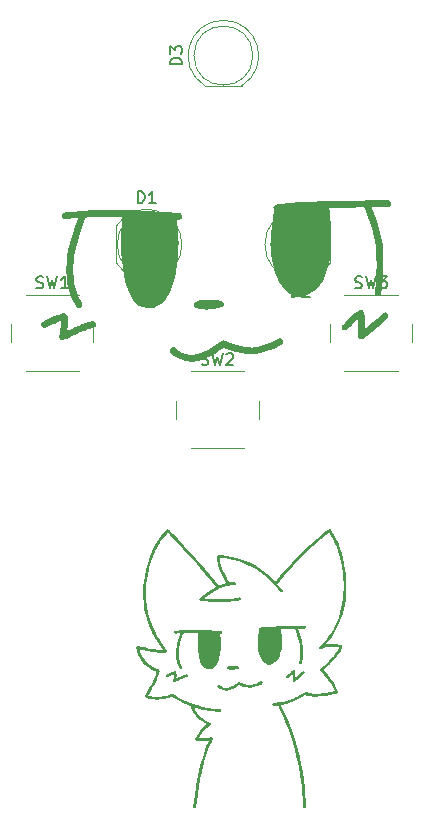
<source format=gbr>
%TF.GenerationSoftware,KiCad,Pcbnew,9.0.0*%
%TF.CreationDate,2025-04-08T13:38:04+08:00*%
%TF.ProjectId,project,70726f6a-6563-4742-9e6b-696361645f70,rev?*%
%TF.SameCoordinates,Original*%
%TF.FileFunction,Legend,Top*%
%TF.FilePolarity,Positive*%
%FSLAX46Y46*%
G04 Gerber Fmt 4.6, Leading zero omitted, Abs format (unit mm)*
G04 Created by KiCad (PCBNEW 9.0.0) date 2025-04-08 13:38:04*
%MOMM*%
%LPD*%
G01*
G04 APERTURE LIST*
%ADD10C,0.150000*%
%ADD11C,0.120000*%
%ADD12C,0.000000*%
G04 APERTURE END LIST*
D10*
X132266905Y-61414819D02*
X132266905Y-60414819D01*
X132266905Y-60414819D02*
X132505000Y-60414819D01*
X132505000Y-60414819D02*
X132647857Y-60462438D01*
X132647857Y-60462438D02*
X132743095Y-60557676D01*
X132743095Y-60557676D02*
X132790714Y-60652914D01*
X132790714Y-60652914D02*
X132838333Y-60843390D01*
X132838333Y-60843390D02*
X132838333Y-60986247D01*
X132838333Y-60986247D02*
X132790714Y-61176723D01*
X132790714Y-61176723D02*
X132743095Y-61271961D01*
X132743095Y-61271961D02*
X132647857Y-61367200D01*
X132647857Y-61367200D02*
X132505000Y-61414819D01*
X132505000Y-61414819D02*
X132266905Y-61414819D01*
X133219286Y-60510057D02*
X133266905Y-60462438D01*
X133266905Y-60462438D02*
X133362143Y-60414819D01*
X133362143Y-60414819D02*
X133600238Y-60414819D01*
X133600238Y-60414819D02*
X133695476Y-60462438D01*
X133695476Y-60462438D02*
X133743095Y-60510057D01*
X133743095Y-60510057D02*
X133790714Y-60605295D01*
X133790714Y-60605295D02*
X133790714Y-60700533D01*
X133790714Y-60700533D02*
X133743095Y-60843390D01*
X133743095Y-60843390D02*
X133171667Y-61414819D01*
X133171667Y-61414819D02*
X133790714Y-61414819D01*
X124666667Y-67157200D02*
X124809524Y-67204819D01*
X124809524Y-67204819D02*
X125047619Y-67204819D01*
X125047619Y-67204819D02*
X125142857Y-67157200D01*
X125142857Y-67157200D02*
X125190476Y-67109580D01*
X125190476Y-67109580D02*
X125238095Y-67014342D01*
X125238095Y-67014342D02*
X125238095Y-66919104D01*
X125238095Y-66919104D02*
X125190476Y-66823866D01*
X125190476Y-66823866D02*
X125142857Y-66776247D01*
X125142857Y-66776247D02*
X125047619Y-66728628D01*
X125047619Y-66728628D02*
X124857143Y-66681009D01*
X124857143Y-66681009D02*
X124761905Y-66633390D01*
X124761905Y-66633390D02*
X124714286Y-66585771D01*
X124714286Y-66585771D02*
X124666667Y-66490533D01*
X124666667Y-66490533D02*
X124666667Y-66395295D01*
X124666667Y-66395295D02*
X124714286Y-66300057D01*
X124714286Y-66300057D02*
X124761905Y-66252438D01*
X124761905Y-66252438D02*
X124857143Y-66204819D01*
X124857143Y-66204819D02*
X125095238Y-66204819D01*
X125095238Y-66204819D02*
X125238095Y-66252438D01*
X125571429Y-66204819D02*
X125809524Y-67204819D01*
X125809524Y-67204819D02*
X126000000Y-66490533D01*
X126000000Y-66490533D02*
X126190476Y-67204819D01*
X126190476Y-67204819D02*
X126428572Y-66204819D01*
X126761905Y-66300057D02*
X126809524Y-66252438D01*
X126809524Y-66252438D02*
X126904762Y-66204819D01*
X126904762Y-66204819D02*
X127142857Y-66204819D01*
X127142857Y-66204819D02*
X127238095Y-66252438D01*
X127238095Y-66252438D02*
X127285714Y-66300057D01*
X127285714Y-66300057D02*
X127333333Y-66395295D01*
X127333333Y-66395295D02*
X127333333Y-66490533D01*
X127333333Y-66490533D02*
X127285714Y-66633390D01*
X127285714Y-66633390D02*
X126714286Y-67204819D01*
X126714286Y-67204819D02*
X127333333Y-67204819D01*
X137666667Y-60657200D02*
X137809524Y-60704819D01*
X137809524Y-60704819D02*
X138047619Y-60704819D01*
X138047619Y-60704819D02*
X138142857Y-60657200D01*
X138142857Y-60657200D02*
X138190476Y-60609580D01*
X138190476Y-60609580D02*
X138238095Y-60514342D01*
X138238095Y-60514342D02*
X138238095Y-60419104D01*
X138238095Y-60419104D02*
X138190476Y-60323866D01*
X138190476Y-60323866D02*
X138142857Y-60276247D01*
X138142857Y-60276247D02*
X138047619Y-60228628D01*
X138047619Y-60228628D02*
X137857143Y-60181009D01*
X137857143Y-60181009D02*
X137761905Y-60133390D01*
X137761905Y-60133390D02*
X137714286Y-60085771D01*
X137714286Y-60085771D02*
X137666667Y-59990533D01*
X137666667Y-59990533D02*
X137666667Y-59895295D01*
X137666667Y-59895295D02*
X137714286Y-59800057D01*
X137714286Y-59800057D02*
X137761905Y-59752438D01*
X137761905Y-59752438D02*
X137857143Y-59704819D01*
X137857143Y-59704819D02*
X138095238Y-59704819D01*
X138095238Y-59704819D02*
X138238095Y-59752438D01*
X138571429Y-59704819D02*
X138809524Y-60704819D01*
X138809524Y-60704819D02*
X139000000Y-59990533D01*
X139000000Y-59990533D02*
X139190476Y-60704819D01*
X139190476Y-60704819D02*
X139428572Y-59704819D01*
X139714286Y-59704819D02*
X140333333Y-59704819D01*
X140333333Y-59704819D02*
X140000000Y-60085771D01*
X140000000Y-60085771D02*
X140142857Y-60085771D01*
X140142857Y-60085771D02*
X140238095Y-60133390D01*
X140238095Y-60133390D02*
X140285714Y-60181009D01*
X140285714Y-60181009D02*
X140333333Y-60276247D01*
X140333333Y-60276247D02*
X140333333Y-60514342D01*
X140333333Y-60514342D02*
X140285714Y-60609580D01*
X140285714Y-60609580D02*
X140238095Y-60657200D01*
X140238095Y-60657200D02*
X140142857Y-60704819D01*
X140142857Y-60704819D02*
X139857143Y-60704819D01*
X139857143Y-60704819D02*
X139761905Y-60657200D01*
X139761905Y-60657200D02*
X139714286Y-60609580D01*
X110666667Y-60657200D02*
X110809524Y-60704819D01*
X110809524Y-60704819D02*
X111047619Y-60704819D01*
X111047619Y-60704819D02*
X111142857Y-60657200D01*
X111142857Y-60657200D02*
X111190476Y-60609580D01*
X111190476Y-60609580D02*
X111238095Y-60514342D01*
X111238095Y-60514342D02*
X111238095Y-60419104D01*
X111238095Y-60419104D02*
X111190476Y-60323866D01*
X111190476Y-60323866D02*
X111142857Y-60276247D01*
X111142857Y-60276247D02*
X111047619Y-60228628D01*
X111047619Y-60228628D02*
X110857143Y-60181009D01*
X110857143Y-60181009D02*
X110761905Y-60133390D01*
X110761905Y-60133390D02*
X110714286Y-60085771D01*
X110714286Y-60085771D02*
X110666667Y-59990533D01*
X110666667Y-59990533D02*
X110666667Y-59895295D01*
X110666667Y-59895295D02*
X110714286Y-59800057D01*
X110714286Y-59800057D02*
X110761905Y-59752438D01*
X110761905Y-59752438D02*
X110857143Y-59704819D01*
X110857143Y-59704819D02*
X111095238Y-59704819D01*
X111095238Y-59704819D02*
X111238095Y-59752438D01*
X111571429Y-59704819D02*
X111809524Y-60704819D01*
X111809524Y-60704819D02*
X112000000Y-59990533D01*
X112000000Y-59990533D02*
X112190476Y-60704819D01*
X112190476Y-60704819D02*
X112428572Y-59704819D01*
X113333333Y-60704819D02*
X112761905Y-60704819D01*
X113047619Y-60704819D02*
X113047619Y-59704819D01*
X113047619Y-59704819D02*
X112952381Y-59847676D01*
X112952381Y-59847676D02*
X112857143Y-59942914D01*
X112857143Y-59942914D02*
X112761905Y-59990533D01*
X119256905Y-53494819D02*
X119256905Y-52494819D01*
X119256905Y-52494819D02*
X119495000Y-52494819D01*
X119495000Y-52494819D02*
X119637857Y-52542438D01*
X119637857Y-52542438D02*
X119733095Y-52637676D01*
X119733095Y-52637676D02*
X119780714Y-52732914D01*
X119780714Y-52732914D02*
X119828333Y-52923390D01*
X119828333Y-52923390D02*
X119828333Y-53066247D01*
X119828333Y-53066247D02*
X119780714Y-53256723D01*
X119780714Y-53256723D02*
X119733095Y-53351961D01*
X119733095Y-53351961D02*
X119637857Y-53447200D01*
X119637857Y-53447200D02*
X119495000Y-53494819D01*
X119495000Y-53494819D02*
X119256905Y-53494819D01*
X120780714Y-53494819D02*
X120209286Y-53494819D01*
X120495000Y-53494819D02*
X120495000Y-52494819D01*
X120495000Y-52494819D02*
X120399762Y-52637676D01*
X120399762Y-52637676D02*
X120304524Y-52732914D01*
X120304524Y-52732914D02*
X120209286Y-52780533D01*
X122994819Y-41743094D02*
X121994819Y-41743094D01*
X121994819Y-41743094D02*
X121994819Y-41504999D01*
X121994819Y-41504999D02*
X122042438Y-41362142D01*
X122042438Y-41362142D02*
X122137676Y-41266904D01*
X122137676Y-41266904D02*
X122232914Y-41219285D01*
X122232914Y-41219285D02*
X122423390Y-41171666D01*
X122423390Y-41171666D02*
X122566247Y-41171666D01*
X122566247Y-41171666D02*
X122756723Y-41219285D01*
X122756723Y-41219285D02*
X122851961Y-41266904D01*
X122851961Y-41266904D02*
X122947200Y-41362142D01*
X122947200Y-41362142D02*
X122994819Y-41504999D01*
X122994819Y-41504999D02*
X122994819Y-41743094D01*
X121994819Y-40838332D02*
X121994819Y-40219285D01*
X121994819Y-40219285D02*
X122375771Y-40552618D01*
X122375771Y-40552618D02*
X122375771Y-40409761D01*
X122375771Y-40409761D02*
X122423390Y-40314523D01*
X122423390Y-40314523D02*
X122471009Y-40266904D01*
X122471009Y-40266904D02*
X122566247Y-40219285D01*
X122566247Y-40219285D02*
X122804342Y-40219285D01*
X122804342Y-40219285D02*
X122899580Y-40266904D01*
X122899580Y-40266904D02*
X122947200Y-40314523D01*
X122947200Y-40314523D02*
X122994819Y-40409761D01*
X122994819Y-40409761D02*
X122994819Y-40695475D01*
X122994819Y-40695475D02*
X122947200Y-40790713D01*
X122947200Y-40790713D02*
X122899580Y-40838332D01*
D11*
%TO.C,D2*%
X135565000Y-58545000D02*
X135565000Y-55455000D01*
X130015000Y-56999952D02*
G75*
G02*
X135565000Y-55455170I2990000J-48D01*
G01*
X135565000Y-58544830D02*
G75*
G02*
X130015000Y-57000048I-2560000J1544830D01*
G01*
X135504999Y-57000000D02*
G75*
G02*
X130504999Y-57000000I-2500000J0D01*
G01*
X130504999Y-57000000D02*
G75*
G02*
X135504999Y-57000000I2500000J0D01*
G01*
D12*
%TO.C,G\u002A\u002A\u002A*%
G36*
X125217543Y-61704285D02*
G01*
X125545245Y-61706964D01*
X125814751Y-61714667D01*
X126031421Y-61728825D01*
X126200615Y-61750871D01*
X126327696Y-61782238D01*
X126418024Y-61824358D01*
X126476959Y-61878663D01*
X126509864Y-61946587D01*
X126522098Y-62029562D01*
X126522556Y-62053007D01*
X126518457Y-62133741D01*
X126501339Y-62197901D01*
X126463966Y-62248886D01*
X126399105Y-62290094D01*
X126299521Y-62324927D01*
X126157980Y-62356781D01*
X125967247Y-62389057D01*
X125735008Y-62423050D01*
X125542411Y-62450009D01*
X125372056Y-62473386D01*
X125233709Y-62491878D01*
X125137131Y-62504185D01*
X125092087Y-62509005D01*
X125090225Y-62508980D01*
X125053384Y-62504639D01*
X124968871Y-62495568D01*
X124852352Y-62483437D01*
X124803759Y-62478456D01*
X124651304Y-62460681D01*
X124497988Y-62439191D01*
X124373808Y-62418243D01*
X124360164Y-62415536D01*
X124196768Y-62359424D01*
X124082543Y-62274256D01*
X124018602Y-62169977D01*
X124006059Y-62056533D01*
X124046028Y-61943870D01*
X124139623Y-61841932D01*
X124286870Y-61761085D01*
X124341785Y-61742534D01*
X124404030Y-61728367D01*
X124482556Y-61718038D01*
X124586316Y-61711002D01*
X124724262Y-61706711D01*
X124905348Y-61704619D01*
X125138525Y-61704180D01*
X125217543Y-61704285D01*
G37*
G36*
X113051324Y-62786557D02*
G01*
X113157439Y-62844204D01*
X113242386Y-62950132D01*
X113265552Y-62998714D01*
X113305989Y-63145291D01*
X113330303Y-63337005D01*
X113337898Y-63557260D01*
X113328178Y-63789456D01*
X113301825Y-64009288D01*
X113281564Y-64139415D01*
X113267410Y-64243364D01*
X113261176Y-64307006D01*
X113261937Y-64319915D01*
X113292449Y-64310462D01*
X113369874Y-64278034D01*
X113483746Y-64227232D01*
X113623603Y-64162660D01*
X113682265Y-64135052D01*
X113973158Y-64001205D01*
X114260263Y-63876154D01*
X114535946Y-63762736D01*
X114792577Y-63663788D01*
X115022522Y-63582148D01*
X115218151Y-63520653D01*
X115371831Y-63482140D01*
X115472765Y-63469423D01*
X115577695Y-63498260D01*
X115666463Y-63572816D01*
X115722023Y-63675155D01*
X115732330Y-63742540D01*
X115722478Y-63823491D01*
X115687816Y-63891656D01*
X115620687Y-63952449D01*
X115513432Y-64011281D01*
X115358393Y-64073567D01*
X115176297Y-64135550D01*
X115039716Y-64181539D01*
X114898250Y-64232897D01*
X114744875Y-64292618D01*
X114572570Y-64363697D01*
X114374313Y-64449129D01*
X114143080Y-64551909D01*
X113871851Y-64675032D01*
X113553602Y-64821493D01*
X113387738Y-64898336D01*
X113199762Y-64983521D01*
X113058138Y-65041647D01*
X112952823Y-65075196D01*
X112873778Y-65086646D01*
X112810961Y-65078478D01*
X112756265Y-65054287D01*
X112698283Y-65016509D01*
X112656561Y-64973481D01*
X112630432Y-64916534D01*
X112619229Y-64837002D01*
X112622285Y-64726215D01*
X112638932Y-64575506D01*
X112668504Y-64376206D01*
X112692606Y-64227061D01*
X112730121Y-63983078D01*
X112755998Y-63780849D01*
X112769852Y-63625136D01*
X112771298Y-63520700D01*
X112759951Y-63472303D01*
X112753877Y-63469423D01*
X112715492Y-63481467D01*
X112630077Y-63514429D01*
X112508852Y-63563555D01*
X112363038Y-63624091D01*
X112203859Y-63691282D01*
X112042535Y-63760374D01*
X111890287Y-63826613D01*
X111758338Y-63885245D01*
X111657910Y-63931515D01*
X111622974Y-63948553D01*
X111509532Y-63998262D01*
X111403291Y-64032270D01*
X111339310Y-64042355D01*
X111225565Y-64013613D01*
X111138795Y-63936116D01*
X111090906Y-63822959D01*
X111085212Y-63762884D01*
X111096082Y-63674694D01*
X111134860Y-63600915D01*
X111210799Y-63531879D01*
X111333150Y-63457919D01*
X111419423Y-63413693D01*
X111512090Y-63370303D01*
X111645718Y-63310984D01*
X111809721Y-63240126D01*
X111993511Y-63162122D01*
X112186498Y-63081360D01*
X112378097Y-63002232D01*
X112557719Y-62929128D01*
X112714775Y-62866438D01*
X112838679Y-62818554D01*
X112918843Y-62789866D01*
X112935857Y-62784856D01*
X113051324Y-62786557D01*
G37*
G36*
X131417769Y-64937077D02*
G01*
X131503878Y-65003623D01*
X131558657Y-65096347D01*
X131570794Y-65206981D01*
X131538925Y-65309329D01*
X131465323Y-65400352D01*
X131336982Y-65501877D01*
X131161285Y-65610515D01*
X130945620Y-65722876D01*
X130697370Y-65835571D01*
X130423921Y-65945208D01*
X130132657Y-66048400D01*
X129830965Y-66141756D01*
X129578195Y-66209278D01*
X129242675Y-66266597D01*
X128868715Y-66285064D01*
X128467190Y-66266087D01*
X128048971Y-66211073D01*
X127624932Y-66121429D01*
X127205947Y-65998561D01*
X126823595Y-65852817D01*
X126529400Y-65726627D01*
X126083507Y-66028372D01*
X125756214Y-66241272D01*
X125457587Y-66415441D01*
X125172211Y-66558081D01*
X124884672Y-66676389D01*
X124579556Y-66777564D01*
X124333739Y-66845547D01*
X124172423Y-66886594D01*
X124053991Y-66913250D01*
X123959678Y-66926991D01*
X123870718Y-66929294D01*
X123768346Y-66921636D01*
X123633797Y-66905494D01*
X123610150Y-66902492D01*
X123259526Y-66837138D01*
X122925561Y-66734590D01*
X122618670Y-66599660D01*
X122349268Y-66437158D01*
X122127770Y-66251895D01*
X122071463Y-66191738D01*
X121988725Y-66062844D01*
X121966407Y-65937492D01*
X122004493Y-65821730D01*
X122072612Y-65744908D01*
X122172919Y-65684001D01*
X122275131Y-65674210D01*
X122387332Y-65717323D01*
X122517611Y-65815126D01*
X122557987Y-65852136D01*
X122770294Y-66020590D01*
X123015671Y-66152855D01*
X123302085Y-66252277D01*
X123637503Y-66322203D01*
X123698187Y-66331149D01*
X123804448Y-66343283D01*
X123895751Y-66344587D01*
X123992108Y-66332915D01*
X124113531Y-66306122D01*
X124239290Y-66273136D01*
X124502279Y-66196471D01*
X124740345Y-66113623D01*
X124966021Y-66018378D01*
X125191844Y-65904524D01*
X125430348Y-65765848D01*
X125694069Y-65596135D01*
X125929250Y-65435498D01*
X126077132Y-65334523D01*
X126213317Y-65245094D01*
X126326359Y-65174465D01*
X126404811Y-65129893D01*
X126427656Y-65119586D01*
X126471805Y-65110219D01*
X126525797Y-65114206D01*
X126600613Y-65134825D01*
X126707233Y-65175355D01*
X126856640Y-65239074D01*
X126917175Y-65265735D01*
X127275401Y-65412944D01*
X127613951Y-65526174D01*
X127953031Y-65610403D01*
X128312846Y-65670607D01*
X128713602Y-65711762D01*
X128734711Y-65713381D01*
X128903322Y-65721337D01*
X129053666Y-65715373D01*
X129215347Y-65693322D01*
X129343053Y-65668817D01*
X129582700Y-65611523D01*
X129840014Y-65536123D01*
X130103306Y-65447260D01*
X130360886Y-65349576D01*
X130601064Y-65247713D01*
X130812151Y-65146314D01*
X130982457Y-65050022D01*
X131084584Y-64977202D01*
X131196810Y-64915598D01*
X131311643Y-64904979D01*
X131417769Y-64937077D01*
G37*
G36*
X138273614Y-62553241D02*
G01*
X138311329Y-62582733D01*
X138354770Y-62627387D01*
X138389034Y-62683165D01*
X138415617Y-62758366D01*
X138436015Y-62861290D01*
X138451724Y-63000235D01*
X138464240Y-63183500D01*
X138475060Y-63419386D01*
X138478513Y-63510197D01*
X138486636Y-63696597D01*
X138496132Y-63858320D01*
X138506231Y-63985736D01*
X138516164Y-64069210D01*
X138525163Y-64099112D01*
X138525531Y-64099045D01*
X138565032Y-64072896D01*
X138644075Y-64011184D01*
X138754697Y-63920722D01*
X138888937Y-63808327D01*
X139038835Y-63680814D01*
X139196427Y-63544998D01*
X139353755Y-63407695D01*
X139502855Y-63275720D01*
X139635767Y-63155888D01*
X139739155Y-63060102D01*
X139893405Y-62917870D01*
X140013034Y-62818745D01*
X140106899Y-62759329D01*
X140183855Y-62736228D01*
X140252757Y-62746046D01*
X140322462Y-62785387D01*
X140365978Y-62819746D01*
X140437018Y-62897290D01*
X140462780Y-62983625D01*
X140463909Y-63014116D01*
X140457865Y-63072176D01*
X140434363Y-63129629D01*
X140385350Y-63198708D01*
X140302770Y-63291643D01*
X140233145Y-63364581D01*
X140101009Y-63497015D01*
X139950392Y-63639687D01*
X139775571Y-63797609D01*
X139570821Y-63975792D01*
X139330419Y-64179247D01*
X139048640Y-64412987D01*
X138846364Y-64578812D01*
X138664106Y-64726871D01*
X138523237Y-64838805D01*
X138416469Y-64919511D01*
X138336513Y-64973890D01*
X138276081Y-65006840D01*
X138227885Y-65023258D01*
X138184636Y-65028044D01*
X138177943Y-65028060D01*
X138085665Y-65017177D01*
X138015548Y-64991928D01*
X138010274Y-64988273D01*
X137972520Y-64955151D01*
X137943726Y-64915681D01*
X137922981Y-64861727D01*
X137909371Y-64785153D01*
X137901983Y-64677821D01*
X137899904Y-64531596D01*
X137902222Y-64338341D01*
X137908023Y-64089919D01*
X137908296Y-64079404D01*
X137913979Y-63830164D01*
X137916319Y-63638916D01*
X137915175Y-63500074D01*
X137910408Y-63408050D01*
X137901878Y-63357260D01*
X137889834Y-63342105D01*
X137856661Y-63363421D01*
X137785626Y-63422958D01*
X137684055Y-63514103D01*
X137559276Y-63630239D01*
X137418617Y-63764753D01*
X137378590Y-63803634D01*
X137207455Y-63968984D01*
X137073647Y-64093235D01*
X136969900Y-64180717D01*
X136888947Y-64235759D01*
X136823520Y-64262691D01*
X136766353Y-64265844D01*
X136710178Y-64249548D01*
X136666140Y-64228134D01*
X136568988Y-64151668D01*
X136523590Y-64046638D01*
X136517564Y-63978696D01*
X136520071Y-63940709D01*
X136532202Y-63901556D01*
X136559273Y-63854912D01*
X136606599Y-63794449D01*
X136679496Y-63713841D01*
X136783281Y-63606762D01*
X136923269Y-63466885D01*
X137065841Y-63326190D01*
X137297306Y-63101490D01*
X137491615Y-62920304D01*
X137653950Y-62778608D01*
X137789497Y-62672380D01*
X137903439Y-62597595D01*
X138000960Y-62550230D01*
X138087244Y-62526263D01*
X138098692Y-62524549D01*
X138197956Y-62521882D01*
X138273614Y-62553241D01*
G37*
G36*
X140636441Y-53326279D02*
G01*
X140705022Y-53435229D01*
X140716762Y-53558145D01*
X140671453Y-53679929D01*
X140641781Y-53719841D01*
X140565016Y-53809147D01*
X139814212Y-53818740D01*
X139603218Y-53822435D01*
X139415144Y-53827643D01*
X139258764Y-53833963D01*
X139142853Y-53840995D01*
X139076183Y-53848338D01*
X139063408Y-53853038D01*
X139075367Y-53890954D01*
X139107625Y-53973543D01*
X139154751Y-54087248D01*
X139192830Y-54176141D01*
X139416860Y-54748554D01*
X139614124Y-55367948D01*
X139781338Y-56022133D01*
X139915219Y-56698920D01*
X139972804Y-57071679D01*
X139991523Y-57244324D01*
X140007805Y-57469051D01*
X140021449Y-57734322D01*
X140032252Y-58028599D01*
X140040014Y-58340344D01*
X140044533Y-58658018D01*
X140045608Y-58970084D01*
X140043038Y-59265003D01*
X140036620Y-59531238D01*
X140026153Y-59757251D01*
X140020979Y-59831382D01*
X139995055Y-60137620D01*
X139967496Y-60419292D01*
X139939185Y-60669609D01*
X139911004Y-60881778D01*
X139883835Y-61049009D01*
X139858561Y-61164511D01*
X139841530Y-61212816D01*
X139766322Y-61296066D01*
X139660309Y-61337840D01*
X139542603Y-61336168D01*
X139432316Y-61289081D01*
X139396172Y-61258714D01*
X139365823Y-61227256D01*
X139343760Y-61196088D01*
X139329898Y-61156458D01*
X139324151Y-61099615D01*
X139326435Y-61016806D01*
X139336664Y-60899280D01*
X139354754Y-60738286D01*
X139380619Y-60525071D01*
X139388419Y-60461528D01*
X139412340Y-60222957D01*
X139431901Y-59939386D01*
X139447056Y-59621610D01*
X139457758Y-59280425D01*
X139463960Y-58926628D01*
X139465616Y-58571014D01*
X139462677Y-58224379D01*
X139455098Y-57897519D01*
X139442831Y-57601230D01*
X139425830Y-57346309D01*
X139404047Y-57143550D01*
X139402883Y-57135338D01*
X139266365Y-56354081D01*
X139087194Y-55612510D01*
X138866265Y-54913785D01*
X138604475Y-54261069D01*
X138559721Y-54162976D01*
X138412936Y-53846723D01*
X136951000Y-53867132D01*
X136652181Y-53871601D01*
X136373284Y-53876346D01*
X136120678Y-53881217D01*
X135900734Y-53886064D01*
X135719819Y-53890738D01*
X135584305Y-53895088D01*
X135500559Y-53898966D01*
X135474779Y-53901827D01*
X135473587Y-53936334D01*
X135478400Y-54024612D01*
X135488476Y-54157133D01*
X135503069Y-54324369D01*
X135521437Y-54516793D01*
X135527651Y-54578795D01*
X135596127Y-55393558D01*
X135630898Y-56155003D01*
X135631866Y-56863875D01*
X135598936Y-57520921D01*
X135532009Y-58126888D01*
X135430990Y-58682521D01*
X135295781Y-59188567D01*
X135126285Y-59645771D01*
X134922405Y-60054881D01*
X134788275Y-60270551D01*
X134662801Y-60435228D01*
X134503401Y-60612855D01*
X134327804Y-60785765D01*
X134153735Y-60936291D01*
X134027566Y-61028676D01*
X133732727Y-61191706D01*
X133401498Y-61322514D01*
X133095427Y-61404184D01*
X132919390Y-61438665D01*
X132788172Y-61456293D01*
X132684615Y-61454764D01*
X132591565Y-61431776D01*
X132491863Y-61385024D01*
X132368356Y-61312206D01*
X132356606Y-61304984D01*
X132137846Y-61152677D01*
X131908089Y-60962124D01*
X131686674Y-60751047D01*
X131492935Y-60537168D01*
X131424232Y-60450451D01*
X131221929Y-60144416D01*
X131037150Y-59790569D01*
X130876185Y-59403760D01*
X130745330Y-58998837D01*
X130663048Y-58654382D01*
X130595208Y-58262546D01*
X130546899Y-57863087D01*
X130518228Y-57449081D01*
X130509301Y-57013600D01*
X130520225Y-56549719D01*
X130551106Y-56050512D01*
X130602050Y-55509052D01*
X130673164Y-54918414D01*
X130726393Y-54531719D01*
X130752900Y-54335393D01*
X130768091Y-54190685D01*
X130772559Y-54086677D01*
X130766900Y-54012452D01*
X130756890Y-53971329D01*
X130741728Y-53839475D01*
X130784068Y-53725118D01*
X130859619Y-53652101D01*
X130933181Y-53624254D01*
X131070218Y-53595462D01*
X131270552Y-53565746D01*
X131534007Y-53535128D01*
X131860406Y-53503632D01*
X132249570Y-53471278D01*
X132379733Y-53461318D01*
X132711395Y-53437736D01*
X133055445Y-53416040D01*
X133416198Y-53396099D01*
X133797970Y-53377781D01*
X134205074Y-53360954D01*
X134641827Y-53345486D01*
X135112542Y-53331246D01*
X135621535Y-53318102D01*
X136173121Y-53305922D01*
X136771614Y-53294574D01*
X137421329Y-53283928D01*
X138126581Y-53273850D01*
X138798283Y-53265326D01*
X140554336Y-53244174D01*
X140636441Y-53326279D01*
G37*
G36*
X117770678Y-54086332D02*
G01*
X118941893Y-54110381D01*
X120159323Y-54157866D01*
X121420379Y-54228773D01*
X122030115Y-54270381D01*
X122289730Y-54289599D01*
X122493154Y-54306116D01*
X122647748Y-54320895D01*
X122760873Y-54334896D01*
X122839893Y-54349081D01*
X122892168Y-54364411D01*
X122925061Y-54381846D01*
X122932953Y-54388259D01*
X123015502Y-54497890D01*
X123036357Y-54623105D01*
X123018773Y-54708040D01*
X122955364Y-54807041D01*
X122852199Y-54873819D01*
X122729396Y-54897776D01*
X122670910Y-54891294D01*
X122601455Y-54885473D01*
X122565149Y-54898571D01*
X122562310Y-54939896D01*
X122568328Y-55028821D01*
X122581935Y-55150093D01*
X122592432Y-55226687D01*
X122635264Y-55584035D01*
X122667753Y-55988484D01*
X122689461Y-56424251D01*
X122699948Y-56875553D01*
X122698776Y-57326608D01*
X122685505Y-57761633D01*
X122670306Y-58026566D01*
X122608120Y-58699575D01*
X122518909Y-59315778D01*
X122402398Y-59876133D01*
X122258314Y-60381601D01*
X122086384Y-60833140D01*
X121886334Y-61231708D01*
X121657891Y-61578264D01*
X121657397Y-61578918D01*
X121429480Y-61840492D01*
X121178544Y-62057083D01*
X120911274Y-62225396D01*
X120634353Y-62342136D01*
X120354466Y-62404010D01*
X120078295Y-62407723D01*
X119997493Y-62397057D01*
X119683101Y-62313025D01*
X119392951Y-62170537D01*
X119127199Y-61970065D01*
X118885999Y-61712080D01*
X118669504Y-61397053D01*
X118477870Y-61025455D01*
X118311251Y-60597756D01*
X118169801Y-60114427D01*
X118053676Y-59575940D01*
X117963028Y-58982765D01*
X117898014Y-58335373D01*
X117858787Y-57634234D01*
X117845501Y-56879821D01*
X117858312Y-56072603D01*
X117864413Y-55894251D01*
X117874734Y-55637024D01*
X117885726Y-55397775D01*
X117896911Y-55184547D01*
X117907813Y-55005386D01*
X117917955Y-54868336D01*
X117926859Y-54781442D01*
X117931927Y-54755208D01*
X117942656Y-54693794D01*
X117908408Y-54662513D01*
X117907862Y-54662302D01*
X117865416Y-54658471D01*
X117767250Y-54656068D01*
X117621286Y-54654979D01*
X117435444Y-54655088D01*
X117217645Y-54656279D01*
X116975809Y-54658437D01*
X116717859Y-54661446D01*
X116451714Y-54665191D01*
X116185295Y-54669556D01*
X115926523Y-54674426D01*
X115683320Y-54679684D01*
X115463605Y-54685217D01*
X115275301Y-54690908D01*
X115126326Y-54696641D01*
X115024604Y-54702301D01*
X114996684Y-54704758D01*
X114818056Y-54724290D01*
X114606927Y-55307841D01*
X114368732Y-56007516D01*
X114168142Y-56684643D01*
X114006872Y-57332603D01*
X113886636Y-57944777D01*
X113836330Y-58281202D01*
X113812225Y-58528425D01*
X113798219Y-58811987D01*
X113793946Y-59116556D01*
X113799042Y-59426797D01*
X113813145Y-59727375D01*
X113835890Y-60002956D01*
X113866913Y-60238207D01*
X113885047Y-60334210D01*
X113987658Y-60737795D01*
X114119309Y-61116864D01*
X114289748Y-61498302D01*
X114350705Y-61618767D01*
X114442129Y-61803298D01*
X114508466Y-61954770D01*
X114546526Y-62065430D01*
X114554636Y-62114535D01*
X114526525Y-62225821D01*
X114453018Y-62311903D01*
X114350356Y-62363503D01*
X114234776Y-62371342D01*
X114152237Y-62344449D01*
X114080320Y-62281948D01*
X113994661Y-62167607D01*
X113899644Y-62010613D01*
X113799649Y-61820150D01*
X113699059Y-61605404D01*
X113602255Y-61375561D01*
X113513620Y-61139806D01*
X113437535Y-60907324D01*
X113396170Y-60759551D01*
X113294434Y-60264043D01*
X113233406Y-59729912D01*
X113213138Y-59167526D01*
X113233684Y-58587248D01*
X113295097Y-57999443D01*
X113379521Y-57501378D01*
X113443539Y-57210167D01*
X113526574Y-56875462D01*
X113624048Y-56512894D01*
X113731383Y-56138095D01*
X113844003Y-55766694D01*
X113957328Y-55414324D01*
X114066782Y-55096616D01*
X114145865Y-54884610D01*
X114168622Y-54812167D01*
X114171888Y-54769345D01*
X114170499Y-54767157D01*
X114135193Y-54764706D01*
X114047741Y-54767909D01*
X113919344Y-54776099D01*
X113761200Y-54788612D01*
X113662663Y-54797365D01*
X113438156Y-54817690D01*
X113267837Y-54831499D01*
X113142539Y-54838493D01*
X113053096Y-54838372D01*
X112990339Y-54830840D01*
X112945103Y-54815596D01*
X112908221Y-54792343D01*
X112883453Y-54771992D01*
X112816587Y-54677411D01*
X112796427Y-54563491D01*
X112819839Y-54449444D01*
X112883690Y-54354480D01*
X112959455Y-54306052D01*
X113017855Y-54292664D01*
X113127461Y-54275932D01*
X113276011Y-54257412D01*
X113451240Y-54238663D01*
X113599749Y-54224775D01*
X114560213Y-54154940D01*
X115577249Y-54108598D01*
X116648267Y-54085733D01*
X117770678Y-54086332D01*
G37*
D11*
%TO.C,SW2*%
X122500000Y-70250000D02*
X122500000Y-71750000D01*
X123750000Y-74250000D02*
X128250000Y-74250000D01*
X128250000Y-67750000D02*
X123750000Y-67750000D01*
X129500000Y-71750000D02*
X129500000Y-70250000D01*
%TO.C,SW3*%
X135500000Y-63750000D02*
X135500000Y-65250000D01*
X136750000Y-67750000D02*
X141250000Y-67750000D01*
X141250000Y-61250000D02*
X136750000Y-61250000D01*
X142500000Y-65250000D02*
X142500000Y-63750000D01*
%TO.C,SW1*%
X108500000Y-63750000D02*
X108500000Y-65250000D01*
X109750000Y-67750000D02*
X114250000Y-67750000D01*
X114250000Y-61250000D02*
X109750000Y-61250000D01*
X115500000Y-65250000D02*
X115500000Y-63750000D01*
%TO.C,D1*%
X117435000Y-55455000D02*
X117435000Y-58545000D01*
X117435000Y-55455170D02*
G75*
G02*
X122985000Y-56999952I2560000J-1544830D01*
G01*
X122985000Y-57000048D02*
G75*
G02*
X117435000Y-58544830I-2990000J48D01*
G01*
X122495000Y-57000000D02*
G75*
G02*
X117495000Y-57000000I-2500000J0D01*
G01*
X117495000Y-57000000D02*
G75*
G02*
X122495000Y-57000000I2500000J0D01*
G01*
D12*
%TO.C,G\u002A\u002A\u002A*%
G36*
X127352666Y-92676675D02*
G01*
X127449127Y-92679869D01*
X127540180Y-92684996D01*
X127621472Y-92691977D01*
X127688652Y-92700731D01*
X127737369Y-92711178D01*
X127755866Y-92718195D01*
X127790697Y-92747584D01*
X127814949Y-92788993D01*
X127821753Y-92822433D01*
X127811489Y-92861384D01*
X127785926Y-92899615D01*
X127752905Y-92925785D01*
X127749146Y-92927443D01*
X127725051Y-92933788D01*
X127680822Y-92942407D01*
X127621606Y-92952554D01*
X127552552Y-92963479D01*
X127478808Y-92974432D01*
X127405522Y-92984666D01*
X127337843Y-92993432D01*
X127280919Y-92999980D01*
X127239899Y-93003562D01*
X127223450Y-93003906D01*
X127185994Y-93000881D01*
X127153332Y-92997457D01*
X127051053Y-92984365D01*
X126972720Y-92972198D01*
X126916847Y-92960686D01*
X126881943Y-92949559D01*
X126877611Y-92947493D01*
X126832585Y-92912649D01*
X126808517Y-92868867D01*
X126804894Y-92820899D01*
X126821204Y-92773499D01*
X126856934Y-92731420D01*
X126904016Y-92702572D01*
X126941542Y-92692492D01*
X126999770Y-92684824D01*
X127074348Y-92679488D01*
X127160925Y-92676405D01*
X127255148Y-92675494D01*
X127352666Y-92676675D01*
G37*
G36*
X129778755Y-93979475D02*
G01*
X129800421Y-93999873D01*
X129827132Y-94041746D01*
X129834242Y-94082177D01*
X129820813Y-94122439D01*
X129785905Y-94163809D01*
X129728582Y-94207561D01*
X129647903Y-94254971D01*
X129591235Y-94284056D01*
X129429572Y-94356450D01*
X129257432Y-94420140D01*
X129085437Y-94471439D01*
X128980350Y-94496063D01*
X128838070Y-94515045D01*
X128681404Y-94517293D01*
X128514629Y-94503396D01*
X128342023Y-94473941D01*
X128167866Y-94429515D01*
X127996435Y-94370707D01*
X127959492Y-94355889D01*
X127810765Y-94294591D01*
X127654642Y-94401554D01*
X127457106Y-94525686D01*
X127261380Y-94625812D01*
X127065068Y-94703039D01*
X126898696Y-94750847D01*
X126831722Y-94765136D01*
X126774235Y-94772104D01*
X126716875Y-94771933D01*
X126650287Y-94764804D01*
X126598492Y-94756671D01*
X126447765Y-94722360D01*
X126310245Y-94673019D01*
X126189168Y-94610070D01*
X126087773Y-94534937D01*
X126082300Y-94529994D01*
X126029174Y-94476546D01*
X125997027Y-94431086D01*
X125984185Y-94389977D01*
X125988971Y-94349583D01*
X125993487Y-94337315D01*
X126021768Y-94293447D01*
X126062791Y-94270766D01*
X126101638Y-94266265D01*
X126129306Y-94271827D01*
X126162430Y-94290442D01*
X126205846Y-94325003D01*
X126218650Y-94336274D01*
X126327972Y-94417259D01*
X126448489Y-94476368D01*
X126577453Y-94513028D01*
X126712117Y-94526669D01*
X126849730Y-94516721D01*
X126962355Y-94490711D01*
X127071497Y-94452699D01*
X127183214Y-94403808D01*
X127301349Y-94342049D01*
X127429745Y-94265434D01*
X127552051Y-94185643D01*
X127619131Y-94141098D01*
X127680023Y-94101893D01*
X127731266Y-94070156D01*
X127769397Y-94048020D01*
X127790953Y-94037614D01*
X127793487Y-94037092D01*
X127812437Y-94041969D01*
X127849668Y-94055330D01*
X127900212Y-94075270D01*
X127959104Y-94099885D01*
X127974067Y-94106337D01*
X128113184Y-94162719D01*
X128241448Y-94205644D01*
X128367737Y-94237748D01*
X128492581Y-94260419D01*
X128629895Y-94277110D01*
X128751488Y-94282241D01*
X128864442Y-94275586D01*
X128975840Y-94256916D01*
X129033092Y-94243024D01*
X129148168Y-94209406D01*
X129263305Y-94170014D01*
X129373553Y-94126921D01*
X129473959Y-94082201D01*
X129559574Y-94037926D01*
X129625444Y-93996168D01*
X129628964Y-93993561D01*
X129682247Y-93965375D01*
X129733240Y-93960719D01*
X129778755Y-93979475D01*
G37*
G36*
X122420529Y-93114622D02*
G01*
X122462975Y-93137681D01*
X122496954Y-93180052D01*
X122506220Y-93199485D01*
X122522395Y-93258116D01*
X122532121Y-93334801D01*
X122535159Y-93422903D01*
X122531271Y-93515782D01*
X122520729Y-93603714D01*
X122512625Y-93655765D01*
X122506963Y-93697345D01*
X122504470Y-93722802D01*
X122504774Y-93727965D01*
X122516979Y-93724184D01*
X122547949Y-93711213D01*
X122593498Y-93690892D01*
X122649440Y-93665063D01*
X122672905Y-93654020D01*
X122789263Y-93600481D01*
X122904105Y-93550461D01*
X123014378Y-93505094D01*
X123117030Y-93465515D01*
X123209008Y-93432859D01*
X123287260Y-93408261D01*
X123348732Y-93392855D01*
X123389105Y-93387768D01*
X123431077Y-93399303D01*
X123466584Y-93429126D01*
X123488809Y-93470061D01*
X123492931Y-93497015D01*
X123488990Y-93529396D01*
X123475126Y-93556662D01*
X123448274Y-93580979D01*
X123405372Y-93604512D01*
X123343356Y-93629426D01*
X123270518Y-93654219D01*
X123215886Y-93672615D01*
X123159299Y-93693158D01*
X123097949Y-93717046D01*
X123029027Y-93745478D01*
X122949724Y-93779651D01*
X122857231Y-93820763D01*
X122748740Y-93870012D01*
X122621440Y-93928596D01*
X122555095Y-93959334D01*
X122479904Y-93993408D01*
X122423254Y-94016658D01*
X122381128Y-94030078D01*
X122349510Y-94034658D01*
X122324384Y-94031391D01*
X122302505Y-94021714D01*
X122279313Y-94006603D01*
X122262624Y-93989392D01*
X122252172Y-93966613D01*
X122247691Y-93934800D01*
X122248913Y-93890485D01*
X122255572Y-93830202D01*
X122267401Y-93750482D01*
X122277042Y-93690824D01*
X122292048Y-93593231D01*
X122302399Y-93512339D01*
X122307940Y-93450054D01*
X122308519Y-93408279D01*
X122303980Y-93388921D01*
X122301550Y-93387768D01*
X122286196Y-93392586D01*
X122252030Y-93405771D01*
X122203540Y-93425421D01*
X122145215Y-93449636D01*
X122081543Y-93476512D01*
X122017013Y-93504149D01*
X121956114Y-93530645D01*
X121903335Y-93554097D01*
X121863163Y-93572605D01*
X121849189Y-93579421D01*
X121803812Y-93599304D01*
X121761316Y-93612907D01*
X121735723Y-93616941D01*
X121690225Y-93605444D01*
X121655517Y-93574446D01*
X121636362Y-93529183D01*
X121634084Y-93505153D01*
X121638432Y-93469877D01*
X121653943Y-93440365D01*
X121684319Y-93412751D01*
X121733259Y-93383167D01*
X121767768Y-93365477D01*
X121804835Y-93348120D01*
X121858287Y-93324393D01*
X121923888Y-93296050D01*
X121997404Y-93264848D01*
X122074599Y-93232543D01*
X122151238Y-93200892D01*
X122223087Y-93171650D01*
X122285909Y-93146575D01*
X122335471Y-93127421D01*
X122367537Y-93115946D01*
X122374342Y-93113942D01*
X122420529Y-93114622D01*
G37*
G36*
X132509445Y-93021296D02*
G01*
X132524531Y-93033092D01*
X132541907Y-93050954D01*
X132555613Y-93073265D01*
X132566246Y-93103346D01*
X132574405Y-93144515D01*
X132580689Y-93200093D01*
X132585695Y-93273399D01*
X132590023Y-93367754D01*
X132591404Y-93404078D01*
X132594654Y-93478638D01*
X132598452Y-93543327D01*
X132602492Y-93594294D01*
X132606465Y-93627683D01*
X132610065Y-93639644D01*
X132610212Y-93639617D01*
X132626012Y-93629158D01*
X132657629Y-93604473D01*
X132701878Y-93568288D01*
X132755574Y-93523330D01*
X132815533Y-93472325D01*
X132878570Y-93417999D01*
X132941501Y-93363077D01*
X133001141Y-93310287D01*
X133054306Y-93262355D01*
X133095661Y-93224040D01*
X133157361Y-93167147D01*
X133205213Y-93127497D01*
X133242759Y-93103731D01*
X133273541Y-93094491D01*
X133301102Y-93098418D01*
X133328984Y-93114154D01*
X133346391Y-93127898D01*
X133374806Y-93158915D01*
X133385111Y-93193449D01*
X133385563Y-93205646D01*
X133383145Y-93228870D01*
X133373745Y-93251851D01*
X133354139Y-93279482D01*
X133321107Y-93316657D01*
X133293257Y-93345832D01*
X133240403Y-93398805D01*
X133180156Y-93455874D01*
X133110228Y-93519043D01*
X133028328Y-93590316D01*
X132932167Y-93671698D01*
X132819455Y-93765194D01*
X132738545Y-93831524D01*
X132665642Y-93890748D01*
X132609294Y-93935521D01*
X132566587Y-93967804D01*
X132534605Y-93989555D01*
X132510432Y-94002735D01*
X132491153Y-94009302D01*
X132473854Y-94011217D01*
X132471176Y-94011223D01*
X132434265Y-94006870D01*
X132406218Y-93996771D01*
X132404109Y-93995308D01*
X132389007Y-93982060D01*
X132377490Y-93966272D01*
X132369192Y-93944690D01*
X132363748Y-93914060D01*
X132360793Y-93871128D01*
X132359961Y-93812638D01*
X132360888Y-93735336D01*
X132363208Y-93635967D01*
X132363318Y-93631761D01*
X132365591Y-93532065D01*
X132366527Y-93455566D01*
X132366069Y-93400029D01*
X132364162Y-93363219D01*
X132360750Y-93342903D01*
X132355933Y-93336841D01*
X132342664Y-93345368D01*
X132314250Y-93369183D01*
X132273621Y-93405640D01*
X132223710Y-93452095D01*
X132167446Y-93505900D01*
X132151435Y-93521453D01*
X132082981Y-93587593D01*
X132029458Y-93637293D01*
X131987959Y-93672286D01*
X131955578Y-93694303D01*
X131929407Y-93705076D01*
X131906540Y-93706337D01*
X131884071Y-93699818D01*
X131866455Y-93691253D01*
X131827595Y-93660666D01*
X131809435Y-93618654D01*
X131807025Y-93591478D01*
X131808028Y-93576283D01*
X131812880Y-93560622D01*
X131823708Y-93541964D01*
X131842639Y-93517779D01*
X131871798Y-93485536D01*
X131913312Y-93442704D01*
X131969307Y-93386753D01*
X132026336Y-93330475D01*
X132118922Y-93240595D01*
X132196645Y-93168121D01*
X132261579Y-93111443D01*
X132315798Y-93068951D01*
X132361375Y-93039037D01*
X132400383Y-93020091D01*
X132434897Y-93010504D01*
X132439476Y-93009819D01*
X132479182Y-93008752D01*
X132509445Y-93021296D01*
G37*
G36*
X124309508Y-89635748D02*
G01*
X124525468Y-89638487D01*
X124739710Y-89642594D01*
X124948840Y-89648051D01*
X125149466Y-89654838D01*
X125338197Y-89662937D01*
X125479097Y-89670391D01*
X125664379Y-89681411D01*
X125828720Y-89691706D01*
X125971459Y-89701225D01*
X126091936Y-89709919D01*
X126189489Y-89717738D01*
X126263458Y-89724634D01*
X126313182Y-89730556D01*
X126335238Y-89734606D01*
X126380922Y-89758718D01*
X126409544Y-89798886D01*
X126417869Y-89849780D01*
X126415764Y-89867216D01*
X126398776Y-89911945D01*
X126365742Y-89941187D01*
X126313613Y-89957155D01*
X126287521Y-89960256D01*
X126247737Y-89964522D01*
X126227858Y-89970672D01*
X126222343Y-89981571D01*
X126223961Y-89993117D01*
X126239036Y-90076828D01*
X126251826Y-90181959D01*
X126262262Y-90304564D01*
X126270274Y-90440698D01*
X126275793Y-90586414D01*
X126278749Y-90737765D01*
X126279073Y-90890805D01*
X126276697Y-91041588D01*
X126271549Y-91186167D01*
X126263561Y-91320596D01*
X126252664Y-91440930D01*
X126249852Y-91465262D01*
X126212549Y-91717606D01*
X126164396Y-91947117D01*
X126105411Y-92153765D01*
X126035611Y-92337518D01*
X125955012Y-92498344D01*
X125863634Y-92636212D01*
X125761494Y-92751089D01*
X125648608Y-92842945D01*
X125524995Y-92911748D01*
X125429042Y-92947089D01*
X125333904Y-92964080D01*
X125230641Y-92962962D01*
X125128971Y-92943853D01*
X125011365Y-92897047D01*
X124900718Y-92827039D01*
X124798654Y-92735521D01*
X124706794Y-92624190D01*
X124626760Y-92494740D01*
X124560662Y-92350124D01*
X124494871Y-92155348D01*
X124440361Y-91939556D01*
X124397102Y-91702469D01*
X124365068Y-91443809D01*
X124344228Y-91163296D01*
X124334556Y-90860653D01*
X124336022Y-90535601D01*
X124345934Y-90243007D01*
X124350073Y-90158248D01*
X124354382Y-90078690D01*
X124358569Y-90009078D01*
X124362346Y-89954156D01*
X124365421Y-89918670D01*
X124366084Y-89913115D01*
X124373602Y-89856957D01*
X123853693Y-89866758D01*
X123736498Y-89869121D01*
X123623428Y-89871692D01*
X123517890Y-89874373D01*
X123423291Y-89877064D01*
X123343038Y-89879668D01*
X123280537Y-89882086D01*
X123239196Y-89884219D01*
X123232277Y-89884720D01*
X123130771Y-89892881D01*
X123106681Y-89956540D01*
X123013058Y-90216106D01*
X122930849Y-90469285D01*
X122860781Y-90713327D01*
X122803583Y-90945486D01*
X122759982Y-91163012D01*
X122730704Y-91363159D01*
X122728088Y-91386818D01*
X122720788Y-91484978D01*
X122717669Y-91596861D01*
X122718492Y-91715824D01*
X122723018Y-91835225D01*
X122731008Y-91948422D01*
X122742222Y-92048773D01*
X122754520Y-92120951D01*
X122792115Y-92272769D01*
X122840017Y-92418157D01*
X122900984Y-92564315D01*
X122977773Y-92718443D01*
X122996971Y-92753967D01*
X123018372Y-92795168D01*
X123028344Y-92823187D01*
X123028700Y-92846590D01*
X123021910Y-92871958D01*
X122995952Y-92915374D01*
X122956365Y-92942214D01*
X122909756Y-92951356D01*
X122862732Y-92941679D01*
X122821902Y-92912060D01*
X122817379Y-92906669D01*
X122797485Y-92876202D01*
X122770380Y-92827339D01*
X122738522Y-92765241D01*
X122704369Y-92695069D01*
X122670379Y-92621982D01*
X122639009Y-92551142D01*
X122612718Y-92487709D01*
X122594763Y-92439247D01*
X122538889Y-92241562D01*
X122501175Y-92034648D01*
X122481707Y-91817588D01*
X122480568Y-91589463D01*
X122497844Y-91349357D01*
X122533618Y-91096353D01*
X122587977Y-90829533D01*
X122661003Y-90547980D01*
X122752781Y-90250776D01*
X122812426Y-90077090D01*
X122833362Y-90017627D01*
X122850804Y-89967147D01*
X122863167Y-89930305D01*
X122868869Y-89911758D01*
X122869072Y-89910598D01*
X122858162Y-89906707D01*
X122834059Y-89907288D01*
X122770084Y-89913588D01*
X122698481Y-89920099D01*
X122624906Y-89926368D01*
X122555009Y-89931942D01*
X122494445Y-89936366D01*
X122448867Y-89939189D01*
X122426418Y-89939989D01*
X122387916Y-89934186D01*
X122356287Y-89912847D01*
X122344316Y-89900320D01*
X122321763Y-89869122D01*
X122309573Y-89840665D01*
X122308871Y-89834755D01*
X122317705Y-89794339D01*
X122339865Y-89754614D01*
X122368835Y-89726160D01*
X122378924Y-89720991D01*
X122403519Y-89715501D01*
X122450320Y-89708687D01*
X122516123Y-89700864D01*
X122597722Y-89692349D01*
X122691912Y-89683454D01*
X122795489Y-89674497D01*
X122905248Y-89665792D01*
X123017984Y-89657654D01*
X123034585Y-89656526D01*
X123167600Y-89649143D01*
X123322641Y-89643264D01*
X123496316Y-89638869D01*
X123685232Y-89635939D01*
X123885997Y-89634455D01*
X124095220Y-89634398D01*
X124309508Y-89635748D01*
G37*
G36*
X133370193Y-89295320D02*
G01*
X133423438Y-89306245D01*
X133462850Y-89333689D01*
X133486310Y-89372379D01*
X133491697Y-89417041D01*
X133476892Y-89462401D01*
X133450294Y-89494579D01*
X133433757Y-89508669D01*
X133417896Y-89518421D01*
X133397853Y-89524634D01*
X133368771Y-89528105D01*
X133325794Y-89529632D01*
X133264065Y-89530014D01*
X133234536Y-89530024D01*
X133157026Y-89530668D01*
X133076298Y-89532422D01*
X133001925Y-89535017D01*
X132943669Y-89538171D01*
X132828890Y-89546319D01*
X132896213Y-89709121D01*
X132997668Y-89979819D01*
X133080107Y-90256396D01*
X133144623Y-90543221D01*
X133192310Y-90844666D01*
X133203231Y-90936197D01*
X133212090Y-91038407D01*
X133218577Y-91160346D01*
X133222695Y-91296388D01*
X133224448Y-91440910D01*
X133223839Y-91588288D01*
X133220870Y-91732896D01*
X133215546Y-91869110D01*
X133207868Y-91991307D01*
X133202602Y-92050926D01*
X133190639Y-92167965D01*
X133180287Y-92262318D01*
X133171077Y-92336677D01*
X133162539Y-92393735D01*
X133154203Y-92436184D01*
X133145599Y-92466717D01*
X133136258Y-92488025D01*
X133125709Y-92502802D01*
X133123320Y-92505305D01*
X133078446Y-92534959D01*
X133030151Y-92542067D01*
X132984382Y-92527388D01*
X132947086Y-92491685D01*
X132941114Y-92481996D01*
X132935132Y-92468683D01*
X132931403Y-92451626D01*
X132930065Y-92427340D01*
X132931254Y-92392338D01*
X132935109Y-92343137D01*
X132941765Y-92276251D01*
X132951360Y-92188196D01*
X132953384Y-92170066D01*
X132962730Y-92082922D01*
X132970046Y-92004709D01*
X132975567Y-91930243D01*
X132979528Y-91854341D01*
X132982164Y-91771820D01*
X132983712Y-91677495D01*
X132984406Y-91566185D01*
X132984510Y-91484360D01*
X132984075Y-91345542D01*
X132982525Y-91227353D01*
X132979493Y-91124973D01*
X132974615Y-91033578D01*
X132967524Y-90948345D01*
X132957854Y-90864452D01*
X132945238Y-90777078D01*
X132929311Y-90681398D01*
X132919273Y-90624961D01*
X132852710Y-90322394D01*
X132763127Y-90025675D01*
X132649392Y-89731100D01*
X132637475Y-89703518D01*
X132566024Y-89539617D01*
X131979528Y-89548920D01*
X131859912Y-89550886D01*
X131748337Y-89552851D01*
X131647334Y-89554762D01*
X131559435Y-89556565D01*
X131487171Y-89558205D01*
X131433074Y-89559628D01*
X131399677Y-89560781D01*
X131389418Y-89561529D01*
X131389583Y-89574599D01*
X131392170Y-89609075D01*
X131396827Y-89661052D01*
X131403201Y-89726622D01*
X131410940Y-89801880D01*
X131411969Y-89811616D01*
X131440778Y-90136325D01*
X131456058Y-90439818D01*
X131457783Y-90722469D01*
X131445928Y-90984652D01*
X131420466Y-91226738D01*
X131381371Y-91449101D01*
X131328619Y-91652115D01*
X131273125Y-91809482D01*
X131194251Y-91978229D01*
X131100886Y-92128140D01*
X130993860Y-92258240D01*
X130874005Y-92367554D01*
X130742153Y-92455109D01*
X130705513Y-92474437D01*
X130627603Y-92508123D01*
X130537952Y-92538478D01*
X130446581Y-92562617D01*
X130363514Y-92577656D01*
X130337874Y-92580264D01*
X130287857Y-92582921D01*
X130252611Y-92580432D01*
X130221621Y-92570682D01*
X130184376Y-92551555D01*
X130178320Y-92548153D01*
X130032337Y-92451327D01*
X129899202Y-92333470D01*
X129780150Y-92196213D01*
X129676415Y-92041187D01*
X129589230Y-91870021D01*
X129519830Y-91684345D01*
X129516600Y-91673899D01*
X129484274Y-91561269D01*
X129458567Y-91454383D01*
X129438855Y-91348235D01*
X129424516Y-91237819D01*
X129414927Y-91118127D01*
X129409465Y-90984154D01*
X129407507Y-90830894D01*
X129407482Y-90796841D01*
X129408605Y-90659437D01*
X129412012Y-90533291D01*
X129418169Y-90412530D01*
X129427542Y-90291283D01*
X129440597Y-90163677D01*
X129457803Y-90023839D01*
X129479624Y-89865898D01*
X129483662Y-89837952D01*
X129496020Y-89747072D01*
X129503280Y-89679021D01*
X129505599Y-89631711D01*
X129503134Y-89603055D01*
X129501728Y-89598401D01*
X129490642Y-89551973D01*
X129499455Y-89513593D01*
X129524636Y-89479331D01*
X129537562Y-89466510D01*
X129552557Y-89455727D01*
X129572245Y-89446534D01*
X129599252Y-89438483D01*
X129636202Y-89431128D01*
X129685719Y-89424021D01*
X129750429Y-89416714D01*
X129832956Y-89408761D01*
X129935925Y-89399714D01*
X130046239Y-89390433D01*
X130195953Y-89378593D01*
X130344857Y-89368160D01*
X130496977Y-89358936D01*
X130656336Y-89350724D01*
X130826960Y-89343325D01*
X131012871Y-89336540D01*
X131218094Y-89330172D01*
X131335738Y-89326907D01*
X131412774Y-89324997D01*
X131507894Y-89322892D01*
X131618508Y-89320630D01*
X131742023Y-89318254D01*
X131875847Y-89315802D01*
X132017390Y-89313316D01*
X132164060Y-89310834D01*
X132313264Y-89308399D01*
X132462412Y-89306049D01*
X132608911Y-89303825D01*
X132750170Y-89301768D01*
X132883597Y-89299917D01*
X133006601Y-89298313D01*
X133116590Y-89296996D01*
X133210972Y-89296007D01*
X133287156Y-89295384D01*
X133342549Y-89295170D01*
X133370193Y-89295320D01*
G37*
G36*
X135534086Y-81086178D02*
G01*
X135572986Y-81113792D01*
X135611286Y-81158043D01*
X135658373Y-81222081D01*
X135712296Y-81302606D01*
X135771104Y-81396316D01*
X135832844Y-81499912D01*
X135895567Y-81610092D01*
X135957320Y-81723555D01*
X136016153Y-81837000D01*
X136070114Y-81947127D01*
X136087267Y-81983797D01*
X136248228Y-82359171D01*
X136393225Y-82752044D01*
X136521732Y-83159663D01*
X136633220Y-83579274D01*
X136727161Y-84008124D01*
X136803029Y-84443459D01*
X136860294Y-84882527D01*
X136898429Y-85322575D01*
X136916906Y-85760848D01*
X136915197Y-86194593D01*
X136912157Y-86286617D01*
X136887204Y-86709186D01*
X136845077Y-87115026D01*
X136785271Y-87506656D01*
X136707286Y-87886594D01*
X136610616Y-88257358D01*
X136494760Y-88621467D01*
X136388588Y-88907965D01*
X136239878Y-89255150D01*
X136072375Y-89588433D01*
X135884829Y-89909794D01*
X135675991Y-90221212D01*
X135444610Y-90524667D01*
X135189437Y-90822139D01*
X135159370Y-90855117D01*
X135129276Y-90887929D01*
X135271798Y-90864912D01*
X135549842Y-90832125D01*
X135824286Y-90824337D01*
X136096598Y-90841591D01*
X136368246Y-90883932D01*
X136443812Y-90900158D01*
X136503040Y-90917753D01*
X136545252Y-90941227D01*
X136570784Y-90972910D01*
X136579974Y-91015133D01*
X136573157Y-91070224D01*
X136550670Y-91140514D01*
X136512851Y-91228334D01*
X136496280Y-91263177D01*
X136426901Y-91393686D01*
X136340543Y-91534951D01*
X136240408Y-91682198D01*
X136129698Y-91830655D01*
X136044633Y-91936340D01*
X135984466Y-92005917D01*
X135908646Y-92089191D01*
X135820468Y-92182847D01*
X135723226Y-92283569D01*
X135620216Y-92388045D01*
X135514733Y-92492958D01*
X135410072Y-92594995D01*
X135309527Y-92690841D01*
X135216394Y-92777181D01*
X135146875Y-92839432D01*
X134966584Y-92997581D01*
X135098214Y-93138565D01*
X135343733Y-93416003D01*
X135564854Y-93696497D01*
X135762591Y-93981494D01*
X135937957Y-94272442D01*
X136071044Y-94527267D01*
X136120324Y-94629287D01*
X136158789Y-94711440D01*
X136187199Y-94776540D01*
X136206312Y-94827403D01*
X136216889Y-94866842D01*
X136219688Y-94897673D01*
X136215468Y-94922709D01*
X136204989Y-94944767D01*
X136189409Y-94966165D01*
X136169092Y-94980557D01*
X136129118Y-94997217D01*
X136068543Y-95016401D01*
X135986423Y-95038364D01*
X135881813Y-95063361D01*
X135753770Y-95091647D01*
X135625137Y-95118604D01*
X135428287Y-95157683D01*
X135250740Y-95189772D01*
X135087498Y-95215487D01*
X134933562Y-95235445D01*
X134783936Y-95250261D01*
X134633621Y-95260552D01*
X134477618Y-95266935D01*
X134408700Y-95268609D01*
X134248162Y-95270328D01*
X134108498Y-95268302D01*
X133985328Y-95262062D01*
X133874272Y-95251140D01*
X133770952Y-95235065D01*
X133670990Y-95213369D01*
X133570004Y-95185582D01*
X133536086Y-95175115D01*
X133437596Y-95144002D01*
X133134662Y-95312149D01*
X132944397Y-95416439D01*
X132772488Y-95507721D01*
X132616195Y-95587247D01*
X132472778Y-95656270D01*
X132339496Y-95716040D01*
X132213609Y-95767811D01*
X132092377Y-95812833D01*
X131973059Y-95852359D01*
X131911231Y-95871048D01*
X131837029Y-95891513D01*
X131750786Y-95913271D01*
X131659111Y-95934844D01*
X131568612Y-95954755D01*
X131485896Y-95971525D01*
X131417571Y-95983678D01*
X131389344Y-95987755D01*
X131366287Y-95992994D01*
X131359206Y-95997794D01*
X131364428Y-96010302D01*
X131379709Y-96042903D01*
X131403739Y-96092904D01*
X131435211Y-96157612D01*
X131472817Y-96234333D01*
X131515248Y-96320374D01*
X131547819Y-96386114D01*
X131714801Y-96731230D01*
X131869200Y-97069174D01*
X132013565Y-97406154D01*
X132150446Y-97748381D01*
X132282391Y-98102062D01*
X132411948Y-98473408D01*
X132444797Y-98571336D01*
X132630964Y-99163924D01*
X132800627Y-99772564D01*
X132953165Y-100393756D01*
X133087958Y-101024001D01*
X133204387Y-101659799D01*
X133301832Y-102297652D01*
X133379672Y-102934060D01*
X133437288Y-103565525D01*
X133474060Y-104188547D01*
X133482646Y-104429448D01*
X133491377Y-104731829D01*
X133370483Y-104731829D01*
X133249589Y-104731829D01*
X133241383Y-104410350D01*
X133221365Y-103924710D01*
X133186005Y-103423007D01*
X133135871Y-102909066D01*
X133071525Y-102386707D01*
X132993535Y-101859755D01*
X132902466Y-101332031D01*
X132798881Y-100807358D01*
X132683348Y-100289558D01*
X132557740Y-99787405D01*
X132396106Y-99210427D01*
X132221155Y-98652988D01*
X132031851Y-98112322D01*
X131827161Y-97585662D01*
X131606049Y-97070243D01*
X131367482Y-96563299D01*
X131304730Y-96437042D01*
X131100070Y-96029623D01*
X130924097Y-96033947D01*
X130838927Y-96035020D01*
X130775266Y-96032831D01*
X130729263Y-96026430D01*
X130697069Y-96014868D01*
X130674834Y-95997195D01*
X130658707Y-95972463D01*
X130656524Y-95967972D01*
X130643517Y-95914659D01*
X130655298Y-95865168D01*
X130681880Y-95830560D01*
X130695703Y-95819259D01*
X130712320Y-95810952D01*
X130736118Y-95804899D01*
X130771480Y-95800355D01*
X130822792Y-95796578D01*
X130894439Y-95792825D01*
X130908639Y-95792151D01*
X131163558Y-95773543D01*
X131402661Y-95741973D01*
X131632644Y-95696382D01*
X131817951Y-95648128D01*
X131910049Y-95620702D01*
X131998016Y-95592345D01*
X132084297Y-95561929D01*
X132171333Y-95528324D01*
X132261568Y-95490402D01*
X132357444Y-95447034D01*
X132461406Y-95397090D01*
X132575896Y-95339441D01*
X132703358Y-95272959D01*
X132846233Y-95196515D01*
X133006966Y-95108980D01*
X133124177Y-95044494D01*
X133201732Y-95002124D01*
X133272648Y-94964196D01*
X133333672Y-94932387D01*
X133381549Y-94908371D01*
X133413024Y-94893822D01*
X133424121Y-94890124D01*
X133444818Y-94894312D01*
X133482414Y-94905471D01*
X133530015Y-94921497D01*
X133547974Y-94927943D01*
X133712238Y-94977114D01*
X133895926Y-95011762D01*
X134099278Y-95031891D01*
X134322533Y-95037505D01*
X134565929Y-95028606D01*
X134829705Y-95005199D01*
X135114101Y-94967288D01*
X135206215Y-94952635D01*
X135291539Y-94937991D01*
X135383189Y-94921246D01*
X135477666Y-94903143D01*
X135571471Y-94884421D01*
X135661106Y-94865820D01*
X135743072Y-94848082D01*
X135813872Y-94831946D01*
X135870006Y-94818152D01*
X135907977Y-94807442D01*
X135924144Y-94800699D01*
X135923080Y-94785452D01*
X135911129Y-94751472D01*
X135889968Y-94702176D01*
X135861272Y-94640981D01*
X135826720Y-94571302D01*
X135787987Y-94496557D01*
X135746750Y-94420161D01*
X135704685Y-94345530D01*
X135680606Y-94304460D01*
X135532768Y-94068697D01*
X135377620Y-93846332D01*
X135210831Y-93631752D01*
X135028068Y-93419346D01*
X134852977Y-93232238D01*
X134791759Y-93168813D01*
X134746103Y-93120555D01*
X134713734Y-93084457D01*
X134692375Y-93057515D01*
X134679752Y-93036724D01*
X134673589Y-93019078D01*
X134671610Y-93001571D01*
X134671478Y-92992537D01*
X134671548Y-92974799D01*
X134673175Y-92959610D01*
X134678483Y-92944654D01*
X134689593Y-92927612D01*
X134708630Y-92906165D01*
X134737717Y-92877997D01*
X134778978Y-92840789D01*
X134834536Y-92792222D01*
X134906513Y-92729980D01*
X134932697Y-92707368D01*
X134997923Y-92649496D01*
X135075004Y-92578562D01*
X135161037Y-92497444D01*
X135253120Y-92409025D01*
X135348349Y-92316185D01*
X135443820Y-92221804D01*
X135536629Y-92128764D01*
X135623875Y-92039944D01*
X135702652Y-91958226D01*
X135770058Y-91886491D01*
X135823190Y-91827618D01*
X135844537Y-91802656D01*
X135955579Y-91665273D01*
X136051418Y-91538763D01*
X136130350Y-91425414D01*
X136160371Y-91378550D01*
X136192433Y-91325207D01*
X136224107Y-91269665D01*
X136253002Y-91216480D01*
X136276727Y-91170207D01*
X136292894Y-91135401D01*
X136299111Y-91116619D01*
X136298725Y-91114832D01*
X136285222Y-91111444D01*
X136251898Y-91105475D01*
X136204154Y-91097844D01*
X136161024Y-91091422D01*
X135971226Y-91069886D01*
X135785859Y-91061471D01*
X135600620Y-91066573D01*
X135411207Y-91085582D01*
X135213320Y-91118893D01*
X135002656Y-91166897D01*
X134834305Y-91212602D01*
X134765887Y-91230612D01*
X134711204Y-91241618D01*
X134674495Y-91244834D01*
X134665961Y-91243806D01*
X134620709Y-91220472D01*
X134591721Y-91179782D01*
X134582355Y-91130601D01*
X134583168Y-91113708D01*
X134587098Y-91097704D01*
X134596385Y-91079879D01*
X134613267Y-91057527D01*
X134639982Y-91027937D01*
X134678768Y-90988403D01*
X134731865Y-90936216D01*
X134788203Y-90881548D01*
X135039159Y-90625244D01*
X135267276Y-90363706D01*
X135475116Y-90093451D01*
X135665243Y-89810999D01*
X135840221Y-89512866D01*
X135949432Y-89304262D01*
X136113079Y-88949348D01*
X136256196Y-88580132D01*
X136378683Y-88197508D01*
X136480443Y-87802372D01*
X136561376Y-87395619D01*
X136621382Y-86978145D01*
X136660362Y-86550844D01*
X136678218Y-86114612D01*
X136674850Y-85670345D01*
X136650159Y-85218938D01*
X136604046Y-84761285D01*
X136536413Y-84298282D01*
X136516372Y-84183149D01*
X136453303Y-83865663D01*
X136378514Y-83548335D01*
X136293141Y-83234531D01*
X136198316Y-82927618D01*
X136095175Y-82630962D01*
X135984850Y-82347930D01*
X135868477Y-82081889D01*
X135747189Y-81836205D01*
X135690774Y-81732232D01*
X135644693Y-81651228D01*
X135599917Y-81574947D01*
X135558327Y-81506382D01*
X135521807Y-81448525D01*
X135492240Y-81404369D01*
X135471510Y-81376906D01*
X135462164Y-81368921D01*
X135450224Y-81376494D01*
X135420930Y-81397885D01*
X135376889Y-81431107D01*
X135320710Y-81474171D01*
X135255001Y-81525090D01*
X135182370Y-81581874D01*
X135168494Y-81592777D01*
X134790697Y-81895626D01*
X134427247Y-82199125D01*
X134075176Y-82506105D01*
X133731520Y-82819401D01*
X133393313Y-83141845D01*
X133057588Y-83476269D01*
X132721382Y-83825508D01*
X132381728Y-84192394D01*
X132035660Y-84579759D01*
X132004261Y-84615538D01*
X131950101Y-84677778D01*
X131885882Y-84752306D01*
X131813710Y-84836623D01*
X131735691Y-84928224D01*
X131653928Y-85024609D01*
X131570528Y-85123277D01*
X131487596Y-85221724D01*
X131407237Y-85317449D01*
X131331555Y-85407950D01*
X131262658Y-85490727D01*
X131202649Y-85563275D01*
X131153634Y-85623095D01*
X131117718Y-85667684D01*
X131102508Y-85687164D01*
X131066919Y-85733879D01*
X131223618Y-85916337D01*
X131306633Y-86013332D01*
X131374183Y-86093341D01*
X131427639Y-86158490D01*
X131468366Y-86210901D01*
X131497734Y-86252696D01*
X131517110Y-86286001D01*
X131527862Y-86312937D01*
X131531358Y-86335629D01*
X131528965Y-86356199D01*
X131522052Y-86376770D01*
X131521344Y-86378480D01*
X131493008Y-86422090D01*
X131451685Y-86444591D01*
X131413676Y-86448921D01*
X131395950Y-86447632D01*
X131378663Y-86442256D01*
X131359460Y-86430534D01*
X131335983Y-86410207D01*
X131305873Y-86379014D01*
X131266775Y-86334698D01*
X131216330Y-86274997D01*
X131154657Y-86200651D01*
X130861726Y-85863653D01*
X130557694Y-85548235D01*
X130243048Y-85254667D01*
X129918277Y-84983214D01*
X129583867Y-84734146D01*
X129240306Y-84507730D01*
X128888082Y-84304234D01*
X128527682Y-84123925D01*
X128159594Y-83967073D01*
X127784304Y-83833944D01*
X127402301Y-83724806D01*
X127014072Y-83639928D01*
X126620104Y-83579576D01*
X126333472Y-83551484D01*
X126213861Y-83542492D01*
X126223008Y-83693877D01*
X126233991Y-83829556D01*
X126250729Y-83959149D01*
X126274217Y-84085343D01*
X126305447Y-84210823D01*
X126345414Y-84338278D01*
X126395110Y-84470394D01*
X126455530Y-84609858D01*
X126527666Y-84759356D01*
X126612513Y-84921575D01*
X126711064Y-85099202D01*
X126799227Y-85252129D01*
X126844212Y-85329243D01*
X126886627Y-85402178D01*
X126924197Y-85467006D01*
X126954647Y-85519798D01*
X126975704Y-85556625D01*
X126982266Y-85568307D01*
X127012802Y-85623482D01*
X127111895Y-85614710D01*
X127169193Y-85610791D01*
X127240481Y-85607572D01*
X127314289Y-85605520D01*
X127349717Y-85605068D01*
X127416231Y-85605503D01*
X127462716Y-85608229D01*
X127494556Y-85613906D01*
X127517132Y-85623194D01*
X127521984Y-85626173D01*
X127559567Y-85663731D01*
X127575030Y-85709380D01*
X127567991Y-85757952D01*
X127538067Y-85804277D01*
X127535348Y-85807060D01*
X127520068Y-85820629D01*
X127503060Y-85829489D01*
X127478814Y-85834635D01*
X127441817Y-85837063D01*
X127386559Y-85837769D01*
X127365154Y-85837794D01*
X127161749Y-85847927D01*
X126946489Y-85877903D01*
X126722650Y-85927086D01*
X126493513Y-85994840D01*
X126414481Y-86022173D01*
X126315834Y-86060519D01*
X126201652Y-86109846D01*
X126077764Y-86167286D01*
X125950003Y-86229971D01*
X125824201Y-86295034D01*
X125706189Y-86359605D01*
X125601799Y-86420819D01*
X125593683Y-86425811D01*
X125515035Y-86475604D01*
X125431709Y-86530505D01*
X125346161Y-86588689D01*
X125260847Y-86648332D01*
X125178221Y-86707611D01*
X125100741Y-86764704D01*
X125030862Y-86817785D01*
X124971040Y-86865032D01*
X124923730Y-86904621D01*
X124891389Y-86934729D01*
X124876472Y-86953533D01*
X124876509Y-86958328D01*
X124893786Y-86963436D01*
X124933797Y-86969347D01*
X124993833Y-86975867D01*
X125071184Y-86982801D01*
X125163140Y-86989956D01*
X125266991Y-86997138D01*
X125380028Y-87004153D01*
X125499541Y-87010806D01*
X125622820Y-87016904D01*
X125747156Y-87022253D01*
X125795034Y-87024082D01*
X126050380Y-87030413D01*
X126304904Y-87030803D01*
X126555389Y-87025456D01*
X126798618Y-87014578D01*
X127031376Y-86998373D01*
X127250445Y-86977047D01*
X127452609Y-86950804D01*
X127634650Y-86919850D01*
X127723754Y-86901180D01*
X127800664Y-86885764D01*
X127857742Y-86879764D01*
X127899045Y-86883782D01*
X127928630Y-86898416D01*
X127950552Y-86924266D01*
X127956951Y-86935658D01*
X127969784Y-86982094D01*
X127965577Y-87030269D01*
X127945626Y-87069864D01*
X127939274Y-87076380D01*
X127910159Y-87092502D01*
X127858414Y-87110123D01*
X127786788Y-87128702D01*
X127698034Y-87147700D01*
X127594901Y-87166578D01*
X127480141Y-87184794D01*
X127356504Y-87201810D01*
X127226742Y-87217085D01*
X127216991Y-87218129D01*
X126987674Y-87238301D01*
X126737993Y-87252555D01*
X126472336Y-87260944D01*
X126195092Y-87263523D01*
X125910651Y-87260347D01*
X125623400Y-87251472D01*
X125337728Y-87236952D01*
X125058025Y-87216841D01*
X124788679Y-87191196D01*
X124753382Y-87187316D01*
X124673223Y-87178228D01*
X124614332Y-87170892D01*
X124572659Y-87164311D01*
X124544159Y-87157488D01*
X124524784Y-87149424D01*
X124510486Y-87139123D01*
X124497217Y-87125585D01*
X124495563Y-87123763D01*
X124469013Y-87088509D01*
X124458442Y-87055646D01*
X124464975Y-87021372D01*
X124489735Y-86981887D01*
X124533847Y-86933390D01*
X124559193Y-86908678D01*
X124698525Y-86783234D01*
X124857589Y-86653001D01*
X125031930Y-86521160D01*
X125217094Y-86390890D01*
X125408630Y-86265373D01*
X125602083Y-86147791D01*
X125712104Y-86085204D01*
X125900550Y-85980813D01*
X125738614Y-85778802D01*
X125568903Y-85569349D01*
X125384186Y-85345533D01*
X125186326Y-85109434D01*
X124977184Y-84863131D01*
X124758621Y-84608705D01*
X124532500Y-84348236D01*
X124300682Y-84083804D01*
X124065030Y-83817489D01*
X123827404Y-83551371D01*
X123589666Y-83287529D01*
X123353679Y-83028045D01*
X123121303Y-82774998D01*
X122894402Y-82530468D01*
X122674835Y-82296535D01*
X122464466Y-82075280D01*
X122265155Y-81868781D01*
X122078766Y-81679120D01*
X121987128Y-81587404D01*
X121777934Y-81379371D01*
X121687014Y-81479574D01*
X121542550Y-81648998D01*
X121396449Y-81839992D01*
X121251070Y-82048981D01*
X121108775Y-82272386D01*
X120971924Y-82506631D01*
X120842878Y-82748139D01*
X120820068Y-82793288D01*
X120629694Y-83201854D01*
X120461610Y-83622160D01*
X120316133Y-84053081D01*
X120193580Y-84493491D01*
X120094268Y-84942263D01*
X120018513Y-85398271D01*
X119970883Y-85812330D01*
X119963504Y-85912214D01*
X119957565Y-86031088D01*
X119953095Y-86163919D01*
X119950121Y-86305671D01*
X119948672Y-86451313D01*
X119948776Y-86595808D01*
X119950462Y-86734125D01*
X119953756Y-86861229D01*
X119958689Y-86972085D01*
X119963973Y-87047317D01*
X119972526Y-87138247D01*
X119983114Y-87239512D01*
X119995035Y-87345291D01*
X120007588Y-87449767D01*
X120020069Y-87547119D01*
X120031777Y-87631528D01*
X120042009Y-87697176D01*
X120043232Y-87704244D01*
X120131385Y-88139965D01*
X120240441Y-88561963D01*
X120370957Y-88971516D01*
X120523492Y-89369903D01*
X120698605Y-89758403D01*
X120896854Y-90138295D01*
X121118799Y-90510857D01*
X121364997Y-90877368D01*
X121524094Y-91094247D01*
X121589484Y-91180594D01*
X121641140Y-91249017D01*
X121680576Y-91301986D01*
X121709303Y-91341971D01*
X121728835Y-91371441D01*
X121740685Y-91392867D01*
X121746366Y-91408719D01*
X121747392Y-91421466D01*
X121745275Y-91433580D01*
X121741528Y-91447528D01*
X121741227Y-91448703D01*
X121721719Y-91490541D01*
X121693633Y-91521335D01*
X121680912Y-91529752D01*
X121666011Y-91536273D01*
X121645570Y-91541202D01*
X121616230Y-91544845D01*
X121574632Y-91547509D01*
X121517414Y-91549498D01*
X121441218Y-91551120D01*
X121350388Y-91552564D01*
X121203757Y-91553147D01*
X121063066Y-91550144D01*
X120925102Y-91543116D01*
X120786653Y-91531621D01*
X120644505Y-91515220D01*
X120495447Y-91493473D01*
X120336264Y-91465938D01*
X120163744Y-91432176D01*
X119974675Y-91391746D01*
X119765843Y-91344208D01*
X119675825Y-91323049D01*
X119596355Y-91304623D01*
X119525405Y-91288930D01*
X119466639Y-91276719D01*
X119423721Y-91268738D01*
X119400316Y-91265734D01*
X119397174Y-91266149D01*
X119397698Y-91281005D01*
X119405727Y-91314938D01*
X119419717Y-91363223D01*
X119438127Y-91421133D01*
X119459411Y-91483945D01*
X119482029Y-91546933D01*
X119504436Y-91605371D01*
X119520919Y-91645087D01*
X119619543Y-91843819D01*
X119738475Y-92035281D01*
X119874386Y-92214979D01*
X120023947Y-92378419D01*
X120148268Y-92492001D01*
X120345682Y-92641230D01*
X120555970Y-92768543D01*
X120778454Y-92873556D01*
X120910719Y-92923376D01*
X120967906Y-92944562D01*
X121017747Y-92965834D01*
X121054220Y-92984453D01*
X121069867Y-92995752D01*
X121082889Y-93016686D01*
X121089839Y-93047453D01*
X121091994Y-93094811D01*
X121091909Y-93112262D01*
X121089595Y-93157098D01*
X121082829Y-93202928D01*
X121070227Y-93255871D01*
X121050409Y-93322045D01*
X121031655Y-93379061D01*
X120980240Y-93521888D01*
X120916719Y-93681854D01*
X120843047Y-93854864D01*
X120761179Y-94036828D01*
X120673069Y-94223652D01*
X120580673Y-94411244D01*
X120485944Y-94595513D01*
X120390838Y-94772366D01*
X120297309Y-94937710D01*
X120245051Y-95025901D01*
X120158662Y-95168945D01*
X120226475Y-95194317D01*
X120338711Y-95230991D01*
X120455450Y-95257927D01*
X120581855Y-95275886D01*
X120723091Y-95285627D01*
X120863809Y-95288003D01*
X121122092Y-95276901D01*
X121388544Y-95245398D01*
X121657501Y-95194472D01*
X121923298Y-95125101D01*
X122059806Y-95081580D01*
X122111307Y-95064676D01*
X122154749Y-95051521D01*
X122183784Y-95043984D01*
X122191042Y-95042906D01*
X122207079Y-95049325D01*
X122240851Y-95067142D01*
X122288537Y-95094196D01*
X122346318Y-95128327D01*
X122402542Y-95162536D01*
X122752513Y-95364770D01*
X123121528Y-95551984D01*
X123507414Y-95723239D01*
X123907999Y-95877596D01*
X124321110Y-96014113D01*
X124479648Y-96060755D01*
X124800716Y-96145917D01*
X125104193Y-96213693D01*
X125390955Y-96264227D01*
X125661881Y-96297662D01*
X125917847Y-96314143D01*
X126035404Y-96316074D01*
X126117616Y-96316199D01*
X126178357Y-96316864D01*
X126221622Y-96318526D01*
X126251404Y-96321640D01*
X126271695Y-96326663D01*
X126286491Y-96334051D01*
X126299784Y-96344259D01*
X126302483Y-96346568D01*
X126327496Y-96374941D01*
X126337130Y-96409212D01*
X126337917Y-96429260D01*
X126332744Y-96471070D01*
X126315576Y-96503219D01*
X126283933Y-96526788D01*
X126235340Y-96542856D01*
X126167317Y-96552505D01*
X126077388Y-96556813D01*
X126044329Y-96557235D01*
X125869074Y-96552702D01*
X125674449Y-96537351D01*
X125463844Y-96511787D01*
X125240646Y-96476612D01*
X125008246Y-96432431D01*
X124770031Y-96379847D01*
X124529391Y-96319465D01*
X124289714Y-96251887D01*
X124231553Y-96234310D01*
X124167224Y-96215027D01*
X124111970Y-96199268D01*
X124070120Y-96188205D01*
X124046006Y-96183009D01*
X124041925Y-96183002D01*
X124043532Y-96197711D01*
X124055671Y-96230356D01*
X124076314Y-96276726D01*
X124103429Y-96332608D01*
X124134987Y-96393790D01*
X124168957Y-96456060D01*
X124196712Y-96504174D01*
X124279226Y-96632678D01*
X124369623Y-96751782D01*
X124473665Y-96868649D01*
X124557728Y-96952991D01*
X124705304Y-97084617D01*
X124866029Y-97206595D01*
X125043668Y-97321505D01*
X125241986Y-97431929D01*
X125298031Y-97460539D01*
X125362983Y-97495042D01*
X125406666Y-97523028D01*
X125431843Y-97546396D01*
X125438320Y-97556863D01*
X125450658Y-97590667D01*
X125452747Y-97620501D01*
X125442463Y-97649299D01*
X125417677Y-97679995D01*
X125376264Y-97715524D01*
X125316097Y-97758820D01*
X125269022Y-97790468D01*
X125095812Y-97915248D01*
X124942971Y-98047680D01*
X124805568Y-98192538D01*
X124678672Y-98354598D01*
X124661664Y-98378646D01*
X124630363Y-98425319D01*
X124595167Y-98480878D01*
X124558354Y-98541341D01*
X124522205Y-98602729D01*
X124488998Y-98661063D01*
X124461015Y-98712362D01*
X124440534Y-98752646D01*
X124429836Y-98777936D01*
X124429209Y-98784449D01*
X124443808Y-98787075D01*
X124479915Y-98789766D01*
X124533578Y-98792340D01*
X124600841Y-98794613D01*
X124677752Y-98796403D01*
X124693949Y-98796687D01*
X124862049Y-98796485D01*
X125011594Y-98789528D01*
X125148738Y-98775215D01*
X125279635Y-98752944D01*
X125382675Y-98729327D01*
X125441066Y-98715060D01*
X125481160Y-98707228D01*
X125509157Y-98705310D01*
X125531255Y-98708788D01*
X125549444Y-98715353D01*
X125593708Y-98744932D01*
X125616118Y-98787570D01*
X125619147Y-98815312D01*
X125613735Y-98835629D01*
X125598607Y-98874881D01*
X125575420Y-98929223D01*
X125545835Y-98994809D01*
X125511510Y-99067792D01*
X125499317Y-99093067D01*
X125358119Y-99402541D01*
X125223288Y-99735996D01*
X125095066Y-100092699D01*
X124973696Y-100471913D01*
X124859419Y-100872904D01*
X124752478Y-101294939D01*
X124703579Y-101505861D01*
X124653869Y-101733184D01*
X124605111Y-101969598D01*
X124556950Y-102217145D01*
X124509028Y-102477871D01*
X124460990Y-102753821D01*
X124412480Y-103047039D01*
X124363141Y-103359570D01*
X124312617Y-103693459D01*
X124261932Y-104041127D01*
X124162907Y-104731829D01*
X124044360Y-104731829D01*
X123986505Y-104731010D01*
X123950106Y-104728156D01*
X123931198Y-104722671D01*
X123925814Y-104714021D01*
X123927675Y-104694147D01*
X123933017Y-104651546D01*
X123941480Y-104588666D01*
X123952702Y-104507951D01*
X123966322Y-104411847D01*
X123981979Y-104302800D01*
X123999311Y-104183256D01*
X124017957Y-104055661D01*
X124037557Y-103922460D01*
X124057748Y-103786099D01*
X124078170Y-103649025D01*
X124098461Y-103513682D01*
X124118260Y-103382517D01*
X124137207Y-103257976D01*
X124154939Y-103142504D01*
X124171096Y-103038547D01*
X124185316Y-102948551D01*
X124197238Y-102874963D01*
X124198878Y-102865053D01*
X124279105Y-102403553D01*
X124362479Y-101966305D01*
X124449285Y-101552256D01*
X124539807Y-101160356D01*
X124634329Y-100789553D01*
X124733135Y-100438796D01*
X124836510Y-100107034D01*
X124944738Y-99793216D01*
X125058102Y-99496290D01*
X125176887Y-99215206D01*
X125198249Y-99167576D01*
X125274334Y-98999419D01*
X125222717Y-99007673D01*
X125110179Y-99021644D01*
X124977987Y-99031253D01*
X124831581Y-99036446D01*
X124676404Y-99037166D01*
X124517897Y-99033361D01*
X124361503Y-99024974D01*
X124266335Y-99017297D01*
X124193915Y-99005439D01*
X124143730Y-98984424D01*
X124113736Y-98952770D01*
X124101887Y-98908993D01*
X124101513Y-98897708D01*
X124108337Y-98868972D01*
X124127562Y-98822349D01*
X124157315Y-98761037D01*
X124195724Y-98688237D01*
X124240916Y-98607147D01*
X124291020Y-98520969D01*
X124344161Y-98432900D01*
X124398470Y-98346142D01*
X124452072Y-98263893D01*
X124503095Y-98189353D01*
X124549668Y-98125722D01*
X124564100Y-98107211D01*
X124629061Y-98030954D01*
X124707491Y-97947371D01*
X124792649Y-97863082D01*
X124877795Y-97784709D01*
X124956188Y-97718871D01*
X124971739Y-97706818D01*
X125081875Y-97622990D01*
X124918358Y-97524816D01*
X124696127Y-97379455D01*
X124496629Y-97223665D01*
X124319016Y-97056625D01*
X124162440Y-96877515D01*
X124026054Y-96685515D01*
X123989650Y-96626457D01*
X123949315Y-96554711D01*
X123906188Y-96471040D01*
X123863234Y-96381859D01*
X123823419Y-96293587D01*
X123789708Y-96212641D01*
X123765067Y-96145437D01*
X123760163Y-96129843D01*
X123744465Y-96077282D01*
X123513661Y-95984806D01*
X123292056Y-95892186D01*
X123069535Y-95791881D01*
X122851356Y-95686510D01*
X122642779Y-95578693D01*
X122449062Y-95471049D01*
X122289380Y-95374982D01*
X122169918Y-95299899D01*
X122071796Y-95331059D01*
X121912357Y-95377255D01*
X121736780Y-95420393D01*
X121554365Y-95458550D01*
X121374410Y-95489804D01*
X121206217Y-95512233D01*
X121184068Y-95514567D01*
X121092860Y-95521241D01*
X120987541Y-95524698D01*
X120873941Y-95525114D01*
X120757894Y-95522667D01*
X120645230Y-95517533D01*
X120541783Y-95509891D01*
X120453383Y-95499916D01*
X120399097Y-95490728D01*
X120298337Y-95466772D01*
X120200629Y-95437946D01*
X120109600Y-95405785D01*
X120028875Y-95371825D01*
X119962078Y-95337601D01*
X119912835Y-95304648D01*
X119884772Y-95274502D01*
X119883643Y-95272437D01*
X119870659Y-95241906D01*
X119866819Y-95213121D01*
X119873493Y-95181097D01*
X119892054Y-95140850D01*
X119923872Y-95087396D01*
X119942586Y-95058160D01*
X120031660Y-94914958D01*
X120126418Y-94752250D01*
X120224492Y-94574686D01*
X120323517Y-94386918D01*
X120421127Y-94193597D01*
X120514955Y-93999374D01*
X120602636Y-93808900D01*
X120681802Y-93626828D01*
X120727697Y-93514879D01*
X120766068Y-93415750D01*
X120797090Y-93329579D01*
X120820101Y-93258526D01*
X120834440Y-93204748D01*
X120839446Y-93170404D01*
X120836706Y-93158724D01*
X120820614Y-93149816D01*
X120786477Y-93134575D01*
X120740121Y-93115528D01*
X120710459Y-93103936D01*
X120488097Y-93005117D01*
X120276281Y-92883947D01*
X120076600Y-92741909D01*
X119890638Y-92580486D01*
X119719985Y-92401164D01*
X119566225Y-92205424D01*
X119430947Y-91994752D01*
X119340058Y-91822632D01*
X119300110Y-91733822D01*
X119261786Y-91637819D01*
X119226093Y-91538241D01*
X119194034Y-91438708D01*
X119166615Y-91342842D01*
X119144840Y-91254261D01*
X119129716Y-91176585D01*
X119122247Y-91113435D01*
X119123437Y-91068431D01*
X119126998Y-91055227D01*
X119157624Y-91010150D01*
X119202903Y-90985766D01*
X119238059Y-90981453D01*
X119261461Y-90984388D01*
X119305912Y-90992668D01*
X119367749Y-91005507D01*
X119443307Y-91022117D01*
X119528921Y-91041713D01*
X119620926Y-91063506D01*
X119626730Y-91064905D01*
X119848416Y-91117015D01*
X120059115Y-91163784D01*
X120255805Y-91204595D01*
X120435467Y-91238828D01*
X120595082Y-91265866D01*
X120647367Y-91273765D01*
X120705203Y-91281206D01*
X120776169Y-91288815D01*
X120856434Y-91296337D01*
X120942167Y-91303515D01*
X121029536Y-91310092D01*
X121114711Y-91315812D01*
X121193860Y-91320418D01*
X121263152Y-91323654D01*
X121318756Y-91325262D01*
X121356840Y-91324987D01*
X121373573Y-91322572D01*
X121373758Y-91322413D01*
X121368949Y-91310294D01*
X121351184Y-91280712D01*
X121322513Y-91236781D01*
X121284984Y-91181611D01*
X121240647Y-91118314D01*
X121223316Y-91094001D01*
X121047798Y-90841512D01*
X120889466Y-90597616D01*
X120744690Y-90356246D01*
X120609836Y-90111335D01*
X120481271Y-89856816D01*
X120476149Y-89846228D01*
X120294422Y-89441055D01*
X120137004Y-89028791D01*
X120003939Y-88610062D01*
X119895270Y-88185490D01*
X119811040Y-87755702D01*
X119751291Y-87321320D01*
X119716067Y-86882970D01*
X119705411Y-86441276D01*
X119719366Y-85996863D01*
X119757974Y-85550355D01*
X119821279Y-85102376D01*
X119909324Y-84653551D01*
X120022152Y-84204504D01*
X120075104Y-84022067D01*
X120181690Y-83693804D01*
X120301637Y-83370337D01*
X120433703Y-83053956D01*
X120576645Y-82746948D01*
X120729218Y-82451603D01*
X120890180Y-82170208D01*
X121058287Y-81905053D01*
X121232295Y-81658425D01*
X121410961Y-81432614D01*
X121591157Y-81231866D01*
X121641078Y-81180339D01*
X121677419Y-81144503D01*
X121704071Y-81121522D01*
X121724925Y-81108564D01*
X121743872Y-81102792D01*
X121764802Y-81101374D01*
X121770290Y-81101365D01*
X121791367Y-81103070D01*
X121813278Y-81109095D01*
X121837905Y-81121028D01*
X121867131Y-81140456D01*
X121902840Y-81168968D01*
X121946914Y-81208151D01*
X122001236Y-81259595D01*
X122067689Y-81324886D01*
X122148156Y-81405613D01*
X122232811Y-81491451D01*
X122455295Y-81719767D01*
X122688319Y-81962741D01*
X122929928Y-82218181D01*
X123178167Y-82483898D01*
X123431083Y-82757702D01*
X123686721Y-83037403D01*
X123943127Y-83320810D01*
X124198347Y-83605733D01*
X124450426Y-83889983D01*
X124697411Y-84171369D01*
X124937346Y-84447702D01*
X125168278Y-84716790D01*
X125388252Y-84976445D01*
X125595314Y-85224476D01*
X125787510Y-85458692D01*
X125923718Y-85627718D01*
X125976353Y-85693586D01*
X126023831Y-85752924D01*
X126063794Y-85802792D01*
X126093884Y-85840250D01*
X126111745Y-85862357D01*
X126115496Y-85866902D01*
X126130127Y-85866523D01*
X126163156Y-85857872D01*
X126209477Y-85842475D01*
X126256837Y-85824692D01*
X126320186Y-85801167D01*
X126398785Y-85774109D01*
X126483303Y-85746624D01*
X126564409Y-85721819D01*
X126576302Y-85718348D01*
X126763182Y-85664225D01*
X126584921Y-85359506D01*
X126468649Y-85156527D01*
X126367627Y-84970535D01*
X126280875Y-84798896D01*
X126207411Y-84638978D01*
X126146254Y-84488147D01*
X126096423Y-84343770D01*
X126056937Y-84203215D01*
X126026814Y-84063847D01*
X126005075Y-83923034D01*
X125990737Y-83778142D01*
X125989553Y-83761603D01*
X125985473Y-83684580D01*
X125983425Y-83605974D01*
X125983506Y-83534386D01*
X125985813Y-83478418D01*
X125986288Y-83472663D01*
X125992309Y-83417550D01*
X125999887Y-83380876D01*
X126011183Y-83355624D01*
X126028358Y-83334777D01*
X126028939Y-83334194D01*
X126047969Y-83317354D01*
X126067988Y-83307585D01*
X126096227Y-83303180D01*
X126139913Y-83302434D01*
X126162141Y-83302756D01*
X126324303Y-83310084D01*
X126505006Y-83326062D01*
X126699166Y-83349851D01*
X126901693Y-83380609D01*
X127107502Y-83417499D01*
X127311505Y-83459679D01*
X127508615Y-83506311D01*
X127686106Y-83554332D01*
X128067526Y-83676885D01*
X128438341Y-83820520D01*
X128799441Y-83985770D01*
X129151719Y-84173168D01*
X129496066Y-84383248D01*
X129833373Y-84616542D01*
X130164532Y-84873585D01*
X130490435Y-85154909D01*
X130715608Y-85366269D01*
X130773707Y-85421630D01*
X130825199Y-85468787D01*
X130867386Y-85505417D01*
X130897573Y-85529194D01*
X130913061Y-85537796D01*
X130914236Y-85537412D01*
X130924988Y-85524591D01*
X130949436Y-85495042D01*
X130985137Y-85451730D01*
X131029646Y-85397622D01*
X131080520Y-85335686D01*
X131107295Y-85303057D01*
X131494918Y-84839156D01*
X131884040Y-84390541D01*
X132273326Y-83958618D01*
X132661442Y-83544797D01*
X133047053Y-83150485D01*
X133428827Y-82777090D01*
X133805429Y-82426021D01*
X133990325Y-82260225D01*
X134077006Y-82184336D01*
X134173499Y-82101249D01*
X134277814Y-82012582D01*
X134387958Y-81919948D01*
X134501940Y-81824964D01*
X134617766Y-81729246D01*
X134733446Y-81634408D01*
X134846988Y-81542067D01*
X134956399Y-81453837D01*
X135059688Y-81371335D01*
X135154862Y-81296176D01*
X135239930Y-81229976D01*
X135312900Y-81174350D01*
X135371780Y-81130914D01*
X135414577Y-81101283D01*
X135433155Y-81090016D01*
X135483990Y-81075871D01*
X135534086Y-81086178D01*
G37*
D11*
%TO.C,D3*%
X124955000Y-43565000D02*
X128045000Y-43565000D01*
X124955170Y-43565000D02*
G75*
G02*
X126499952Y-38015000I1544830J2560000D01*
G01*
X126500048Y-38015000D02*
G75*
G02*
X128044830Y-43565000I-48J-2990000D01*
G01*
X129000000Y-41004999D02*
G75*
G02*
X124000000Y-41004999I-2500000J0D01*
G01*
X124000000Y-41004999D02*
G75*
G02*
X129000000Y-41004999I2500000J0D01*
G01*
%TD*%
M02*

</source>
